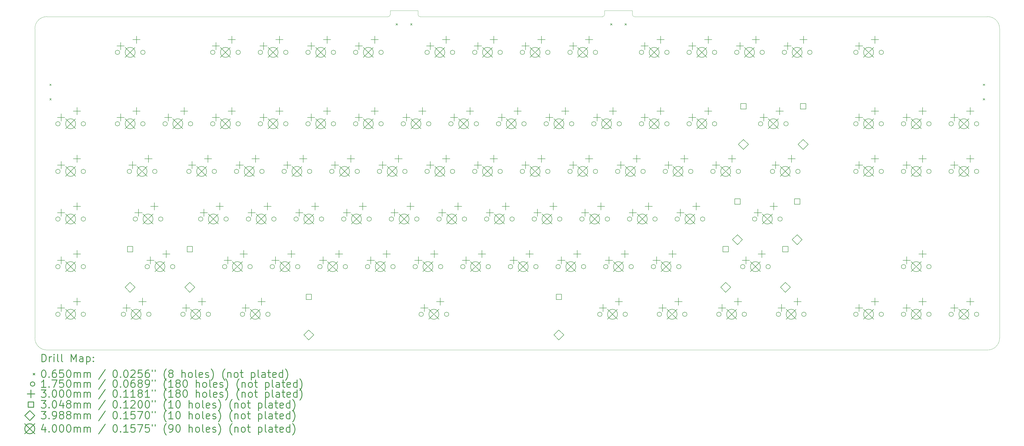
<source format=gbr>
%FSLAX45Y45*%
G04 Gerber Fmt 4.5, Leading zero omitted, Abs format (unit mm)*
G04 Created by KiCad (PCBNEW (5.1.10)-1) date 2021-10-11 22:19:53*
%MOMM*%
%LPD*%
G01*
G04 APERTURE LIST*
%TA.AperFunction,Profile*%
%ADD10C,0.100000*%
%TD*%
%ADD11C,0.200000*%
%ADD12C,0.300000*%
G04 APERTURE END LIST*
D10*
X13889750Y-17461400D02*
X27541390Y-17461400D01*
X36113350Y-17461400D02*
X28811310Y-17461400D01*
X51511130Y-17461400D02*
X37383270Y-17461400D01*
X37383270Y-17461400D02*
G75*
G02*
X37303900Y-17382030I0J79370D01*
G01*
X36192720Y-17382030D02*
G75*
G02*
X36113350Y-17461400I-79370J0D01*
G01*
X36192720Y-17223290D02*
X36192720Y-17382030D01*
X37303900Y-17223290D02*
X36192720Y-17223290D01*
X37303900Y-17382030D02*
X37303900Y-17223290D01*
X27620760Y-17382030D02*
G75*
G02*
X27541390Y-17461400I-79370J0D01*
G01*
X28811310Y-17461400D02*
G75*
G02*
X28731940Y-17382030I0J79370D01*
G01*
X27620760Y-17223290D02*
X27620760Y-17382030D01*
X28731940Y-17223290D02*
X28731940Y-17382030D01*
X27620760Y-17223290D02*
X28731940Y-17223290D01*
X13889750Y-30795560D02*
X51511130Y-30795560D01*
X51987350Y-30319340D02*
X51987350Y-17937620D01*
X51987350Y-30319340D02*
G75*
G02*
X51511130Y-30795560I-476220J0D01*
G01*
X51511130Y-17461400D02*
G75*
G02*
X51987350Y-17937620I0J-476220D01*
G01*
X13413530Y-17937620D02*
G75*
G02*
X13889750Y-17461400I476220J0D01*
G01*
X13413530Y-30319340D02*
X13413530Y-17937620D01*
X13889750Y-30795560D02*
G75*
G02*
X13413530Y-30319340I0J476220D01*
G01*
D11*
X14006030Y-20155960D02*
X14071030Y-20220960D01*
X14071030Y-20155960D02*
X14006030Y-20220960D01*
X14006030Y-20733960D02*
X14071030Y-20798960D01*
X14071030Y-20733960D02*
X14006030Y-20798960D01*
X27854850Y-17736420D02*
X27919850Y-17801420D01*
X27919850Y-17736420D02*
X27854850Y-17801420D01*
X28432850Y-17736420D02*
X28497850Y-17801420D01*
X28497850Y-17736420D02*
X28432850Y-17801420D01*
X36426810Y-17736420D02*
X36491810Y-17801420D01*
X36491810Y-17736420D02*
X36426810Y-17801420D01*
X37004810Y-17736420D02*
X37069810Y-17801420D01*
X37069810Y-17736420D02*
X37004810Y-17801420D01*
X51329850Y-20155960D02*
X51394850Y-20220960D01*
X51394850Y-20155960D02*
X51329850Y-20220960D01*
X51329850Y-20733960D02*
X51394850Y-20798960D01*
X51394850Y-20733960D02*
X51329850Y-20798960D01*
X14421690Y-21747380D02*
G75*
G03*
X14421690Y-21747380I-87500J0D01*
G01*
X14421690Y-23652260D02*
G75*
G03*
X14421690Y-23652260I-87500J0D01*
G01*
X14421690Y-25557140D02*
G75*
G03*
X14421690Y-25557140I-87500J0D01*
G01*
X14421690Y-27462020D02*
G75*
G03*
X14421690Y-27462020I-87500J0D01*
G01*
X14421690Y-29366900D02*
G75*
G03*
X14421690Y-29366900I-87500J0D01*
G01*
X15437690Y-21747380D02*
G75*
G03*
X15437690Y-21747380I-87500J0D01*
G01*
X15437690Y-23652260D02*
G75*
G03*
X15437690Y-23652260I-87500J0D01*
G01*
X15437690Y-25557140D02*
G75*
G03*
X15437690Y-25557140I-87500J0D01*
G01*
X15437690Y-27462020D02*
G75*
G03*
X15437690Y-27462020I-87500J0D01*
G01*
X15437690Y-29366900D02*
G75*
G03*
X15437690Y-29366900I-87500J0D01*
G01*
X16802790Y-18890060D02*
G75*
G03*
X16802790Y-18890060I-87500J0D01*
G01*
X16802790Y-21747380D02*
G75*
G03*
X16802790Y-21747380I-87500J0D01*
G01*
X17040900Y-29366900D02*
G75*
G03*
X17040900Y-29366900I-87500J0D01*
G01*
X17279010Y-23652260D02*
G75*
G03*
X17279010Y-23652260I-87500J0D01*
G01*
X17517120Y-25557140D02*
G75*
G03*
X17517120Y-25557140I-87500J0D01*
G01*
X17818790Y-18890060D02*
G75*
G03*
X17818790Y-18890060I-87500J0D01*
G01*
X17818790Y-21747380D02*
G75*
G03*
X17818790Y-21747380I-87500J0D01*
G01*
X17993340Y-27462020D02*
G75*
G03*
X17993340Y-27462020I-87500J0D01*
G01*
X18056900Y-29366900D02*
G75*
G03*
X18056900Y-29366900I-87500J0D01*
G01*
X18295010Y-23652260D02*
G75*
G03*
X18295010Y-23652260I-87500J0D01*
G01*
X18533120Y-25557140D02*
G75*
G03*
X18533120Y-25557140I-87500J0D01*
G01*
X18707670Y-21747380D02*
G75*
G03*
X18707670Y-21747380I-87500J0D01*
G01*
X19009340Y-27462020D02*
G75*
G03*
X19009340Y-27462020I-87500J0D01*
G01*
X19422000Y-29366900D02*
G75*
G03*
X19422000Y-29366900I-87500J0D01*
G01*
X19660110Y-23652260D02*
G75*
G03*
X19660110Y-23652260I-87500J0D01*
G01*
X19723670Y-21747380D02*
G75*
G03*
X19723670Y-21747380I-87500J0D01*
G01*
X20130500Y-25557140D02*
G75*
G03*
X20130500Y-25557140I-87500J0D01*
G01*
X20438000Y-29366900D02*
G75*
G03*
X20438000Y-29366900I-87500J0D01*
G01*
X20612550Y-18890060D02*
G75*
G03*
X20612550Y-18890060I-87500J0D01*
G01*
X20612550Y-21747380D02*
G75*
G03*
X20612550Y-21747380I-87500J0D01*
G01*
X20676110Y-23652260D02*
G75*
G03*
X20676110Y-23652260I-87500J0D01*
G01*
X21088770Y-27462020D02*
G75*
G03*
X21088770Y-27462020I-87500J0D01*
G01*
X21146500Y-25557140D02*
G75*
G03*
X21146500Y-25557140I-87500J0D01*
G01*
X21564990Y-23652260D02*
G75*
G03*
X21564990Y-23652260I-87500J0D01*
G01*
X21628550Y-18890060D02*
G75*
G03*
X21628550Y-18890060I-87500J0D01*
G01*
X21628550Y-21747380D02*
G75*
G03*
X21628550Y-21747380I-87500J0D01*
G01*
X21803100Y-29366900D02*
G75*
G03*
X21803100Y-29366900I-87500J0D01*
G01*
X22041210Y-25557140D02*
G75*
G03*
X22041210Y-25557140I-87500J0D01*
G01*
X22104770Y-27462020D02*
G75*
G03*
X22104770Y-27462020I-87500J0D01*
G01*
X22517430Y-18890060D02*
G75*
G03*
X22517430Y-18890060I-87500J0D01*
G01*
X22517430Y-21747380D02*
G75*
G03*
X22517430Y-21747380I-87500J0D01*
G01*
X22580990Y-23652260D02*
G75*
G03*
X22580990Y-23652260I-87500J0D01*
G01*
X22819100Y-29366900D02*
G75*
G03*
X22819100Y-29366900I-87500J0D01*
G01*
X22993650Y-27462020D02*
G75*
G03*
X22993650Y-27462020I-87500J0D01*
G01*
X23057210Y-25557140D02*
G75*
G03*
X23057210Y-25557140I-87500J0D01*
G01*
X23469870Y-23652260D02*
G75*
G03*
X23469870Y-23652260I-87500J0D01*
G01*
X23533430Y-18890060D02*
G75*
G03*
X23533430Y-18890060I-87500J0D01*
G01*
X23533430Y-21747380D02*
G75*
G03*
X23533430Y-21747380I-87500J0D01*
G01*
X23946090Y-25557140D02*
G75*
G03*
X23946090Y-25557140I-87500J0D01*
G01*
X24009650Y-27462020D02*
G75*
G03*
X24009650Y-27462020I-87500J0D01*
G01*
X24422310Y-18890060D02*
G75*
G03*
X24422310Y-18890060I-87500J0D01*
G01*
X24422310Y-21747380D02*
G75*
G03*
X24422310Y-21747380I-87500J0D01*
G01*
X24485870Y-23652260D02*
G75*
G03*
X24485870Y-23652260I-87500J0D01*
G01*
X24898530Y-27462020D02*
G75*
G03*
X24898530Y-27462020I-87500J0D01*
G01*
X24962090Y-25557140D02*
G75*
G03*
X24962090Y-25557140I-87500J0D01*
G01*
X25374750Y-23652260D02*
G75*
G03*
X25374750Y-23652260I-87500J0D01*
G01*
X25438310Y-18890060D02*
G75*
G03*
X25438310Y-18890060I-87500J0D01*
G01*
X25438310Y-21747380D02*
G75*
G03*
X25438310Y-21747380I-87500J0D01*
G01*
X25850970Y-25557140D02*
G75*
G03*
X25850970Y-25557140I-87500J0D01*
G01*
X25914530Y-27462020D02*
G75*
G03*
X25914530Y-27462020I-87500J0D01*
G01*
X26327190Y-18890060D02*
G75*
G03*
X26327190Y-18890060I-87500J0D01*
G01*
X26327190Y-21747380D02*
G75*
G03*
X26327190Y-21747380I-87500J0D01*
G01*
X26390750Y-23652260D02*
G75*
G03*
X26390750Y-23652260I-87500J0D01*
G01*
X26803410Y-27462020D02*
G75*
G03*
X26803410Y-27462020I-87500J0D01*
G01*
X26866970Y-25557140D02*
G75*
G03*
X26866970Y-25557140I-87500J0D01*
G01*
X27279630Y-23652260D02*
G75*
G03*
X27279630Y-23652260I-87500J0D01*
G01*
X27343190Y-18890060D02*
G75*
G03*
X27343190Y-18890060I-87500J0D01*
G01*
X27343190Y-21747380D02*
G75*
G03*
X27343190Y-21747380I-87500J0D01*
G01*
X27755850Y-25557140D02*
G75*
G03*
X27755850Y-25557140I-87500J0D01*
G01*
X27819410Y-27462020D02*
G75*
G03*
X27819410Y-27462020I-87500J0D01*
G01*
X28232070Y-21747380D02*
G75*
G03*
X28232070Y-21747380I-87500J0D01*
G01*
X28295630Y-23652260D02*
G75*
G03*
X28295630Y-23652260I-87500J0D01*
G01*
X28708290Y-27462020D02*
G75*
G03*
X28708290Y-27462020I-87500J0D01*
G01*
X28771850Y-25557140D02*
G75*
G03*
X28771850Y-25557140I-87500J0D01*
G01*
X28946400Y-29366900D02*
G75*
G03*
X28946400Y-29366900I-87500J0D01*
G01*
X29184510Y-18890060D02*
G75*
G03*
X29184510Y-18890060I-87500J0D01*
G01*
X29184510Y-23652260D02*
G75*
G03*
X29184510Y-23652260I-87500J0D01*
G01*
X29248070Y-21747380D02*
G75*
G03*
X29248070Y-21747380I-87500J0D01*
G01*
X29660730Y-25557140D02*
G75*
G03*
X29660730Y-25557140I-87500J0D01*
G01*
X29724290Y-27462020D02*
G75*
G03*
X29724290Y-27462020I-87500J0D01*
G01*
X29962400Y-29366900D02*
G75*
G03*
X29962400Y-29366900I-87500J0D01*
G01*
X30136950Y-21747380D02*
G75*
G03*
X30136950Y-21747380I-87500J0D01*
G01*
X30200510Y-18890060D02*
G75*
G03*
X30200510Y-18890060I-87500J0D01*
G01*
X30200510Y-23652260D02*
G75*
G03*
X30200510Y-23652260I-87500J0D01*
G01*
X30613170Y-27462020D02*
G75*
G03*
X30613170Y-27462020I-87500J0D01*
G01*
X30676730Y-25557140D02*
G75*
G03*
X30676730Y-25557140I-87500J0D01*
G01*
X31089390Y-18890060D02*
G75*
G03*
X31089390Y-18890060I-87500J0D01*
G01*
X31089390Y-23652260D02*
G75*
G03*
X31089390Y-23652260I-87500J0D01*
G01*
X31152950Y-21747380D02*
G75*
G03*
X31152950Y-21747380I-87500J0D01*
G01*
X31565610Y-25557140D02*
G75*
G03*
X31565610Y-25557140I-87500J0D01*
G01*
X31629170Y-27462020D02*
G75*
G03*
X31629170Y-27462020I-87500J0D01*
G01*
X32041830Y-21747380D02*
G75*
G03*
X32041830Y-21747380I-87500J0D01*
G01*
X32105390Y-18890060D02*
G75*
G03*
X32105390Y-18890060I-87500J0D01*
G01*
X32105390Y-23652260D02*
G75*
G03*
X32105390Y-23652260I-87500J0D01*
G01*
X32518050Y-27462020D02*
G75*
G03*
X32518050Y-27462020I-87500J0D01*
G01*
X32581610Y-25557140D02*
G75*
G03*
X32581610Y-25557140I-87500J0D01*
G01*
X32994270Y-18890060D02*
G75*
G03*
X32994270Y-18890060I-87500J0D01*
G01*
X32994270Y-23652260D02*
G75*
G03*
X32994270Y-23652260I-87500J0D01*
G01*
X33057830Y-21747380D02*
G75*
G03*
X33057830Y-21747380I-87500J0D01*
G01*
X33470490Y-25557140D02*
G75*
G03*
X33470490Y-25557140I-87500J0D01*
G01*
X33534050Y-27462020D02*
G75*
G03*
X33534050Y-27462020I-87500J0D01*
G01*
X33946710Y-21747380D02*
G75*
G03*
X33946710Y-21747380I-87500J0D01*
G01*
X34010270Y-18890060D02*
G75*
G03*
X34010270Y-18890060I-87500J0D01*
G01*
X34010270Y-23652260D02*
G75*
G03*
X34010270Y-23652260I-87500J0D01*
G01*
X34422930Y-27462020D02*
G75*
G03*
X34422930Y-27462020I-87500J0D01*
G01*
X34486490Y-25557140D02*
G75*
G03*
X34486490Y-25557140I-87500J0D01*
G01*
X34899150Y-18890060D02*
G75*
G03*
X34899150Y-18890060I-87500J0D01*
G01*
X34899150Y-23652260D02*
G75*
G03*
X34899150Y-23652260I-87500J0D01*
G01*
X34962710Y-21747380D02*
G75*
G03*
X34962710Y-21747380I-87500J0D01*
G01*
X35375370Y-25557140D02*
G75*
G03*
X35375370Y-25557140I-87500J0D01*
G01*
X35438930Y-27462020D02*
G75*
G03*
X35438930Y-27462020I-87500J0D01*
G01*
X35851590Y-21747380D02*
G75*
G03*
X35851590Y-21747380I-87500J0D01*
G01*
X35915150Y-18890060D02*
G75*
G03*
X35915150Y-18890060I-87500J0D01*
G01*
X35915150Y-23652260D02*
G75*
G03*
X35915150Y-23652260I-87500J0D01*
G01*
X36089700Y-29366900D02*
G75*
G03*
X36089700Y-29366900I-87500J0D01*
G01*
X36327810Y-27462020D02*
G75*
G03*
X36327810Y-27462020I-87500J0D01*
G01*
X36391370Y-25557140D02*
G75*
G03*
X36391370Y-25557140I-87500J0D01*
G01*
X36804030Y-23652260D02*
G75*
G03*
X36804030Y-23652260I-87500J0D01*
G01*
X36867590Y-21747380D02*
G75*
G03*
X36867590Y-21747380I-87500J0D01*
G01*
X37105700Y-29366900D02*
G75*
G03*
X37105700Y-29366900I-87500J0D01*
G01*
X37280250Y-25557140D02*
G75*
G03*
X37280250Y-25557140I-87500J0D01*
G01*
X37343810Y-27462020D02*
G75*
G03*
X37343810Y-27462020I-87500J0D01*
G01*
X37756470Y-18890060D02*
G75*
G03*
X37756470Y-18890060I-87500J0D01*
G01*
X37756470Y-21747380D02*
G75*
G03*
X37756470Y-21747380I-87500J0D01*
G01*
X37820030Y-23652260D02*
G75*
G03*
X37820030Y-23652260I-87500J0D01*
G01*
X38232690Y-27462020D02*
G75*
G03*
X38232690Y-27462020I-87500J0D01*
G01*
X38296250Y-25557140D02*
G75*
G03*
X38296250Y-25557140I-87500J0D01*
G01*
X38470800Y-29366900D02*
G75*
G03*
X38470800Y-29366900I-87500J0D01*
G01*
X38708910Y-23652260D02*
G75*
G03*
X38708910Y-23652260I-87500J0D01*
G01*
X38772470Y-18890060D02*
G75*
G03*
X38772470Y-18890060I-87500J0D01*
G01*
X38772470Y-21747380D02*
G75*
G03*
X38772470Y-21747380I-87500J0D01*
G01*
X39185130Y-25557140D02*
G75*
G03*
X39185130Y-25557140I-87500J0D01*
G01*
X39248690Y-27462020D02*
G75*
G03*
X39248690Y-27462020I-87500J0D01*
G01*
X39486800Y-29366900D02*
G75*
G03*
X39486800Y-29366900I-87500J0D01*
G01*
X39661350Y-18890060D02*
G75*
G03*
X39661350Y-18890060I-87500J0D01*
G01*
X39661350Y-21747380D02*
G75*
G03*
X39661350Y-21747380I-87500J0D01*
G01*
X39724910Y-23652260D02*
G75*
G03*
X39724910Y-23652260I-87500J0D01*
G01*
X40201130Y-25557140D02*
G75*
G03*
X40201130Y-25557140I-87500J0D01*
G01*
X40613790Y-23652260D02*
G75*
G03*
X40613790Y-23652260I-87500J0D01*
G01*
X40677350Y-18890060D02*
G75*
G03*
X40677350Y-18890060I-87500J0D01*
G01*
X40677350Y-21747380D02*
G75*
G03*
X40677350Y-21747380I-87500J0D01*
G01*
X40851900Y-29366900D02*
G75*
G03*
X40851900Y-29366900I-87500J0D01*
G01*
X41566230Y-18890060D02*
G75*
G03*
X41566230Y-18890060I-87500J0D01*
G01*
X41629790Y-23652260D02*
G75*
G03*
X41629790Y-23652260I-87500J0D01*
G01*
X41804340Y-27462020D02*
G75*
G03*
X41804340Y-27462020I-87500J0D01*
G01*
X41867900Y-29366900D02*
G75*
G03*
X41867900Y-29366900I-87500J0D01*
G01*
X42280560Y-25557140D02*
G75*
G03*
X42280560Y-25557140I-87500J0D01*
G01*
X42518670Y-21747380D02*
G75*
G03*
X42518670Y-21747380I-87500J0D01*
G01*
X42582230Y-18890060D02*
G75*
G03*
X42582230Y-18890060I-87500J0D01*
G01*
X42820340Y-27462020D02*
G75*
G03*
X42820340Y-27462020I-87500J0D01*
G01*
X42994890Y-23652260D02*
G75*
G03*
X42994890Y-23652260I-87500J0D01*
G01*
X43233000Y-29366900D02*
G75*
G03*
X43233000Y-29366900I-87500J0D01*
G01*
X43296560Y-25557140D02*
G75*
G03*
X43296560Y-25557140I-87500J0D01*
G01*
X43471110Y-18890060D02*
G75*
G03*
X43471110Y-18890060I-87500J0D01*
G01*
X43534670Y-21747380D02*
G75*
G03*
X43534670Y-21747380I-87500J0D01*
G01*
X44010890Y-23652260D02*
G75*
G03*
X44010890Y-23652260I-87500J0D01*
G01*
X44249000Y-29366900D02*
G75*
G03*
X44249000Y-29366900I-87500J0D01*
G01*
X44487110Y-18890060D02*
G75*
G03*
X44487110Y-18890060I-87500J0D01*
G01*
X46328430Y-18890060D02*
G75*
G03*
X46328430Y-18890060I-87500J0D01*
G01*
X46328430Y-21747380D02*
G75*
G03*
X46328430Y-21747380I-87500J0D01*
G01*
X46328430Y-23652260D02*
G75*
G03*
X46328430Y-23652260I-87500J0D01*
G01*
X46328430Y-29366900D02*
G75*
G03*
X46328430Y-29366900I-87500J0D01*
G01*
X47344430Y-18890060D02*
G75*
G03*
X47344430Y-18890060I-87500J0D01*
G01*
X47344430Y-21747380D02*
G75*
G03*
X47344430Y-21747380I-87500J0D01*
G01*
X47344430Y-23652260D02*
G75*
G03*
X47344430Y-23652260I-87500J0D01*
G01*
X47344430Y-29366900D02*
G75*
G03*
X47344430Y-29366900I-87500J0D01*
G01*
X48233310Y-21747380D02*
G75*
G03*
X48233310Y-21747380I-87500J0D01*
G01*
X48233310Y-23652260D02*
G75*
G03*
X48233310Y-23652260I-87500J0D01*
G01*
X48233310Y-27462020D02*
G75*
G03*
X48233310Y-27462020I-87500J0D01*
G01*
X48233310Y-29366900D02*
G75*
G03*
X48233310Y-29366900I-87500J0D01*
G01*
X49249310Y-21747380D02*
G75*
G03*
X49249310Y-21747380I-87500J0D01*
G01*
X49249310Y-23652260D02*
G75*
G03*
X49249310Y-23652260I-87500J0D01*
G01*
X49249310Y-27462020D02*
G75*
G03*
X49249310Y-27462020I-87500J0D01*
G01*
X49249310Y-29366900D02*
G75*
G03*
X49249310Y-29366900I-87500J0D01*
G01*
X50138190Y-21747380D02*
G75*
G03*
X50138190Y-21747380I-87500J0D01*
G01*
X50138190Y-23652260D02*
G75*
G03*
X50138190Y-23652260I-87500J0D01*
G01*
X50138190Y-29366900D02*
G75*
G03*
X50138190Y-29366900I-87500J0D01*
G01*
X51154190Y-21747380D02*
G75*
G03*
X51154190Y-21747380I-87500J0D01*
G01*
X51154190Y-23652260D02*
G75*
G03*
X51154190Y-23652260I-87500J0D01*
G01*
X51154190Y-29366900D02*
G75*
G03*
X51154190Y-29366900I-87500J0D01*
G01*
X14461190Y-21343380D02*
X14461190Y-21643380D01*
X14311190Y-21493380D02*
X14611190Y-21493380D01*
X14461190Y-23248260D02*
X14461190Y-23548260D01*
X14311190Y-23398260D02*
X14611190Y-23398260D01*
X14461190Y-25153140D02*
X14461190Y-25453140D01*
X14311190Y-25303140D02*
X14611190Y-25303140D01*
X14461190Y-27058020D02*
X14461190Y-27358020D01*
X14311190Y-27208020D02*
X14611190Y-27208020D01*
X14461190Y-28962900D02*
X14461190Y-29262900D01*
X14311190Y-29112900D02*
X14611190Y-29112900D01*
X15096190Y-21089380D02*
X15096190Y-21389380D01*
X14946190Y-21239380D02*
X15246190Y-21239380D01*
X15096190Y-22994260D02*
X15096190Y-23294260D01*
X14946190Y-23144260D02*
X15246190Y-23144260D01*
X15096190Y-24899140D02*
X15096190Y-25199140D01*
X14946190Y-25049140D02*
X15246190Y-25049140D01*
X15096190Y-26804020D02*
X15096190Y-27104020D01*
X14946190Y-26954020D02*
X15246190Y-26954020D01*
X15096190Y-28708900D02*
X15096190Y-29008900D01*
X14946190Y-28858900D02*
X15246190Y-28858900D01*
X16842290Y-18486060D02*
X16842290Y-18786060D01*
X16692290Y-18636060D02*
X16992290Y-18636060D01*
X16842290Y-21343380D02*
X16842290Y-21643380D01*
X16692290Y-21493380D02*
X16992290Y-21493380D01*
X17080400Y-28962900D02*
X17080400Y-29262900D01*
X16930400Y-29112900D02*
X17230400Y-29112900D01*
X17318510Y-23248260D02*
X17318510Y-23548260D01*
X17168510Y-23398260D02*
X17468510Y-23398260D01*
X17477290Y-18232060D02*
X17477290Y-18532060D01*
X17327290Y-18382060D02*
X17627290Y-18382060D01*
X17477290Y-21089380D02*
X17477290Y-21389380D01*
X17327290Y-21239380D02*
X17627290Y-21239380D01*
X17556620Y-25153140D02*
X17556620Y-25453140D01*
X17406620Y-25303140D02*
X17706620Y-25303140D01*
X17715400Y-28708900D02*
X17715400Y-29008900D01*
X17565400Y-28858900D02*
X17865400Y-28858900D01*
X17953510Y-22994260D02*
X17953510Y-23294260D01*
X17803510Y-23144260D02*
X18103510Y-23144260D01*
X18032840Y-27058020D02*
X18032840Y-27358020D01*
X17882840Y-27208020D02*
X18182840Y-27208020D01*
X18191620Y-24899140D02*
X18191620Y-25199140D01*
X18041620Y-25049140D02*
X18341620Y-25049140D01*
X18667840Y-26804020D02*
X18667840Y-27104020D01*
X18517840Y-26954020D02*
X18817840Y-26954020D01*
X18747170Y-21343380D02*
X18747170Y-21643380D01*
X18597170Y-21493380D02*
X18897170Y-21493380D01*
X19382170Y-21089380D02*
X19382170Y-21389380D01*
X19232170Y-21239380D02*
X19532170Y-21239380D01*
X19461500Y-28962900D02*
X19461500Y-29262900D01*
X19311500Y-29112900D02*
X19611500Y-29112900D01*
X19699610Y-23248260D02*
X19699610Y-23548260D01*
X19549610Y-23398260D02*
X19849610Y-23398260D01*
X20096500Y-28708900D02*
X20096500Y-29008900D01*
X19946500Y-28858900D02*
X20246500Y-28858900D01*
X20170000Y-25153140D02*
X20170000Y-25453140D01*
X20020000Y-25303140D02*
X20320000Y-25303140D01*
X20334610Y-22994260D02*
X20334610Y-23294260D01*
X20184610Y-23144260D02*
X20484610Y-23144260D01*
X20652050Y-18486060D02*
X20652050Y-18786060D01*
X20502050Y-18636060D02*
X20802050Y-18636060D01*
X20652050Y-21343380D02*
X20652050Y-21643380D01*
X20502050Y-21493380D02*
X20802050Y-21493380D01*
X20805000Y-24899140D02*
X20805000Y-25199140D01*
X20655000Y-25049140D02*
X20955000Y-25049140D01*
X21128270Y-27058020D02*
X21128270Y-27358020D01*
X20978270Y-27208020D02*
X21278270Y-27208020D01*
X21287050Y-18232060D02*
X21287050Y-18532060D01*
X21137050Y-18382060D02*
X21437050Y-18382060D01*
X21287050Y-21089380D02*
X21287050Y-21389380D01*
X21137050Y-21239380D02*
X21437050Y-21239380D01*
X21604490Y-23248260D02*
X21604490Y-23548260D01*
X21454490Y-23398260D02*
X21754490Y-23398260D01*
X21763270Y-26804020D02*
X21763270Y-27104020D01*
X21613270Y-26954020D02*
X21913270Y-26954020D01*
X21842600Y-28962900D02*
X21842600Y-29262900D01*
X21692600Y-29112900D02*
X21992600Y-29112900D01*
X22080710Y-25153140D02*
X22080710Y-25453140D01*
X21930710Y-25303140D02*
X22230710Y-25303140D01*
X22239490Y-22994260D02*
X22239490Y-23294260D01*
X22089490Y-23144260D02*
X22389490Y-23144260D01*
X22477600Y-28708900D02*
X22477600Y-29008900D01*
X22327600Y-28858900D02*
X22627600Y-28858900D01*
X22556930Y-18486060D02*
X22556930Y-18786060D01*
X22406930Y-18636060D02*
X22706930Y-18636060D01*
X22556930Y-21343380D02*
X22556930Y-21643380D01*
X22406930Y-21493380D02*
X22706930Y-21493380D01*
X22715710Y-24899140D02*
X22715710Y-25199140D01*
X22565710Y-25049140D02*
X22865710Y-25049140D01*
X23033150Y-27058020D02*
X23033150Y-27358020D01*
X22883150Y-27208020D02*
X23183150Y-27208020D01*
X23191930Y-18232060D02*
X23191930Y-18532060D01*
X23041930Y-18382060D02*
X23341930Y-18382060D01*
X23191930Y-21089380D02*
X23191930Y-21389380D01*
X23041930Y-21239380D02*
X23341930Y-21239380D01*
X23509370Y-23248260D02*
X23509370Y-23548260D01*
X23359370Y-23398260D02*
X23659370Y-23398260D01*
X23668150Y-26804020D02*
X23668150Y-27104020D01*
X23518150Y-26954020D02*
X23818150Y-26954020D01*
X23985590Y-25153140D02*
X23985590Y-25453140D01*
X23835590Y-25303140D02*
X24135590Y-25303140D01*
X24144370Y-22994260D02*
X24144370Y-23294260D01*
X23994370Y-23144260D02*
X24294370Y-23144260D01*
X24461810Y-18486060D02*
X24461810Y-18786060D01*
X24311810Y-18636060D02*
X24611810Y-18636060D01*
X24461810Y-21343380D02*
X24461810Y-21643380D01*
X24311810Y-21493380D02*
X24611810Y-21493380D01*
X24620590Y-24899140D02*
X24620590Y-25199140D01*
X24470590Y-25049140D02*
X24770590Y-25049140D01*
X24938030Y-27058020D02*
X24938030Y-27358020D01*
X24788030Y-27208020D02*
X25088030Y-27208020D01*
X25096810Y-18232060D02*
X25096810Y-18532060D01*
X24946810Y-18382060D02*
X25246810Y-18382060D01*
X25096810Y-21089380D02*
X25096810Y-21389380D01*
X24946810Y-21239380D02*
X25246810Y-21239380D01*
X25414250Y-23248260D02*
X25414250Y-23548260D01*
X25264250Y-23398260D02*
X25564250Y-23398260D01*
X25573030Y-26804020D02*
X25573030Y-27104020D01*
X25423030Y-26954020D02*
X25723030Y-26954020D01*
X25890470Y-25153140D02*
X25890470Y-25453140D01*
X25740470Y-25303140D02*
X26040470Y-25303140D01*
X26049250Y-22994260D02*
X26049250Y-23294260D01*
X25899250Y-23144260D02*
X26199250Y-23144260D01*
X26366690Y-18486060D02*
X26366690Y-18786060D01*
X26216690Y-18636060D02*
X26516690Y-18636060D01*
X26366690Y-21343380D02*
X26366690Y-21643380D01*
X26216690Y-21493380D02*
X26516690Y-21493380D01*
X26525470Y-24899140D02*
X26525470Y-25199140D01*
X26375470Y-25049140D02*
X26675470Y-25049140D01*
X26842910Y-27058020D02*
X26842910Y-27358020D01*
X26692910Y-27208020D02*
X26992910Y-27208020D01*
X27001690Y-18232060D02*
X27001690Y-18532060D01*
X26851690Y-18382060D02*
X27151690Y-18382060D01*
X27001690Y-21089380D02*
X27001690Y-21389380D01*
X26851690Y-21239380D02*
X27151690Y-21239380D01*
X27319130Y-23248260D02*
X27319130Y-23548260D01*
X27169130Y-23398260D02*
X27469130Y-23398260D01*
X27477910Y-26804020D02*
X27477910Y-27104020D01*
X27327910Y-26954020D02*
X27627910Y-26954020D01*
X27795350Y-25153140D02*
X27795350Y-25453140D01*
X27645350Y-25303140D02*
X27945350Y-25303140D01*
X27954130Y-22994260D02*
X27954130Y-23294260D01*
X27804130Y-23144260D02*
X28104130Y-23144260D01*
X28271570Y-21343380D02*
X28271570Y-21643380D01*
X28121570Y-21493380D02*
X28421570Y-21493380D01*
X28430350Y-24899140D02*
X28430350Y-25199140D01*
X28280350Y-25049140D02*
X28580350Y-25049140D01*
X28747790Y-27058020D02*
X28747790Y-27358020D01*
X28597790Y-27208020D02*
X28897790Y-27208020D01*
X28906570Y-21089380D02*
X28906570Y-21389380D01*
X28756570Y-21239380D02*
X29056570Y-21239380D01*
X28985900Y-28962900D02*
X28985900Y-29262900D01*
X28835900Y-29112900D02*
X29135900Y-29112900D01*
X29224010Y-18486060D02*
X29224010Y-18786060D01*
X29074010Y-18636060D02*
X29374010Y-18636060D01*
X29224010Y-23248260D02*
X29224010Y-23548260D01*
X29074010Y-23398260D02*
X29374010Y-23398260D01*
X29382790Y-26804020D02*
X29382790Y-27104020D01*
X29232790Y-26954020D02*
X29532790Y-26954020D01*
X29620900Y-28708900D02*
X29620900Y-29008900D01*
X29470900Y-28858900D02*
X29770900Y-28858900D01*
X29700230Y-25153140D02*
X29700230Y-25453140D01*
X29550230Y-25303140D02*
X29850230Y-25303140D01*
X29859010Y-18232060D02*
X29859010Y-18532060D01*
X29709010Y-18382060D02*
X30009010Y-18382060D01*
X29859010Y-22994260D02*
X29859010Y-23294260D01*
X29709010Y-23144260D02*
X30009010Y-23144260D01*
X30176450Y-21343380D02*
X30176450Y-21643380D01*
X30026450Y-21493380D02*
X30326450Y-21493380D01*
X30335230Y-24899140D02*
X30335230Y-25199140D01*
X30185230Y-25049140D02*
X30485230Y-25049140D01*
X30652670Y-27058020D02*
X30652670Y-27358020D01*
X30502670Y-27208020D02*
X30802670Y-27208020D01*
X30811450Y-21089380D02*
X30811450Y-21389380D01*
X30661450Y-21239380D02*
X30961450Y-21239380D01*
X31128890Y-18486060D02*
X31128890Y-18786060D01*
X30978890Y-18636060D02*
X31278890Y-18636060D01*
X31128890Y-23248260D02*
X31128890Y-23548260D01*
X30978890Y-23398260D02*
X31278890Y-23398260D01*
X31287670Y-26804020D02*
X31287670Y-27104020D01*
X31137670Y-26954020D02*
X31437670Y-26954020D01*
X31605110Y-25153140D02*
X31605110Y-25453140D01*
X31455110Y-25303140D02*
X31755110Y-25303140D01*
X31763890Y-18232060D02*
X31763890Y-18532060D01*
X31613890Y-18382060D02*
X31913890Y-18382060D01*
X31763890Y-22994260D02*
X31763890Y-23294260D01*
X31613890Y-23144260D02*
X31913890Y-23144260D01*
X32081330Y-21343380D02*
X32081330Y-21643380D01*
X31931330Y-21493380D02*
X32231330Y-21493380D01*
X32240110Y-24899140D02*
X32240110Y-25199140D01*
X32090110Y-25049140D02*
X32390110Y-25049140D01*
X32557550Y-27058020D02*
X32557550Y-27358020D01*
X32407550Y-27208020D02*
X32707550Y-27208020D01*
X32716330Y-21089380D02*
X32716330Y-21389380D01*
X32566330Y-21239380D02*
X32866330Y-21239380D01*
X33033770Y-18486060D02*
X33033770Y-18786060D01*
X32883770Y-18636060D02*
X33183770Y-18636060D01*
X33033770Y-23248260D02*
X33033770Y-23548260D01*
X32883770Y-23398260D02*
X33183770Y-23398260D01*
X33192550Y-26804020D02*
X33192550Y-27104020D01*
X33042550Y-26954020D02*
X33342550Y-26954020D01*
X33509990Y-25153140D02*
X33509990Y-25453140D01*
X33359990Y-25303140D02*
X33659990Y-25303140D01*
X33668770Y-18232060D02*
X33668770Y-18532060D01*
X33518770Y-18382060D02*
X33818770Y-18382060D01*
X33668770Y-22994260D02*
X33668770Y-23294260D01*
X33518770Y-23144260D02*
X33818770Y-23144260D01*
X33986210Y-21343380D02*
X33986210Y-21643380D01*
X33836210Y-21493380D02*
X34136210Y-21493380D01*
X34144990Y-24899140D02*
X34144990Y-25199140D01*
X33994990Y-25049140D02*
X34294990Y-25049140D01*
X34462430Y-27058020D02*
X34462430Y-27358020D01*
X34312430Y-27208020D02*
X34612430Y-27208020D01*
X34621210Y-21089380D02*
X34621210Y-21389380D01*
X34471210Y-21239380D02*
X34771210Y-21239380D01*
X34938650Y-18486060D02*
X34938650Y-18786060D01*
X34788650Y-18636060D02*
X35088650Y-18636060D01*
X34938650Y-23248260D02*
X34938650Y-23548260D01*
X34788650Y-23398260D02*
X35088650Y-23398260D01*
X35097430Y-26804020D02*
X35097430Y-27104020D01*
X34947430Y-26954020D02*
X35247430Y-26954020D01*
X35414870Y-25153140D02*
X35414870Y-25453140D01*
X35264870Y-25303140D02*
X35564870Y-25303140D01*
X35573650Y-18232060D02*
X35573650Y-18532060D01*
X35423650Y-18382060D02*
X35723650Y-18382060D01*
X35573650Y-22994260D02*
X35573650Y-23294260D01*
X35423650Y-23144260D02*
X35723650Y-23144260D01*
X35891090Y-21343380D02*
X35891090Y-21643380D01*
X35741090Y-21493380D02*
X36041090Y-21493380D01*
X36049870Y-24899140D02*
X36049870Y-25199140D01*
X35899870Y-25049140D02*
X36199870Y-25049140D01*
X36129200Y-28962900D02*
X36129200Y-29262900D01*
X35979200Y-29112900D02*
X36279200Y-29112900D01*
X36367310Y-27058020D02*
X36367310Y-27358020D01*
X36217310Y-27208020D02*
X36517310Y-27208020D01*
X36526090Y-21089380D02*
X36526090Y-21389380D01*
X36376090Y-21239380D02*
X36676090Y-21239380D01*
X36764200Y-28708900D02*
X36764200Y-29008900D01*
X36614200Y-28858900D02*
X36914200Y-28858900D01*
X36843530Y-23248260D02*
X36843530Y-23548260D01*
X36693530Y-23398260D02*
X36993530Y-23398260D01*
X37002310Y-26804020D02*
X37002310Y-27104020D01*
X36852310Y-26954020D02*
X37152310Y-26954020D01*
X37319750Y-25153140D02*
X37319750Y-25453140D01*
X37169750Y-25303140D02*
X37469750Y-25303140D01*
X37478530Y-22994260D02*
X37478530Y-23294260D01*
X37328530Y-23144260D02*
X37628530Y-23144260D01*
X37795970Y-18486060D02*
X37795970Y-18786060D01*
X37645970Y-18636060D02*
X37945970Y-18636060D01*
X37795970Y-21343380D02*
X37795970Y-21643380D01*
X37645970Y-21493380D02*
X37945970Y-21493380D01*
X37954750Y-24899140D02*
X37954750Y-25199140D01*
X37804750Y-25049140D02*
X38104750Y-25049140D01*
X38272190Y-27058020D02*
X38272190Y-27358020D01*
X38122190Y-27208020D02*
X38422190Y-27208020D01*
X38430970Y-18232060D02*
X38430970Y-18532060D01*
X38280970Y-18382060D02*
X38580970Y-18382060D01*
X38430970Y-21089380D02*
X38430970Y-21389380D01*
X38280970Y-21239380D02*
X38580970Y-21239380D01*
X38510300Y-28962900D02*
X38510300Y-29262900D01*
X38360300Y-29112900D02*
X38660300Y-29112900D01*
X38748410Y-23248260D02*
X38748410Y-23548260D01*
X38598410Y-23398260D02*
X38898410Y-23398260D01*
X38907190Y-26804020D02*
X38907190Y-27104020D01*
X38757190Y-26954020D02*
X39057190Y-26954020D01*
X39145300Y-28708900D02*
X39145300Y-29008900D01*
X38995300Y-28858900D02*
X39295300Y-28858900D01*
X39224630Y-25153140D02*
X39224630Y-25453140D01*
X39074630Y-25303140D02*
X39374630Y-25303140D01*
X39383410Y-22994260D02*
X39383410Y-23294260D01*
X39233410Y-23144260D02*
X39533410Y-23144260D01*
X39700850Y-18486060D02*
X39700850Y-18786060D01*
X39550850Y-18636060D02*
X39850850Y-18636060D01*
X39700850Y-21343380D02*
X39700850Y-21643380D01*
X39550850Y-21493380D02*
X39850850Y-21493380D01*
X39859630Y-24899140D02*
X39859630Y-25199140D01*
X39709630Y-25049140D02*
X40009630Y-25049140D01*
X40335850Y-18232060D02*
X40335850Y-18532060D01*
X40185850Y-18382060D02*
X40485850Y-18382060D01*
X40335850Y-21089380D02*
X40335850Y-21389380D01*
X40185850Y-21239380D02*
X40485850Y-21239380D01*
X40653290Y-23248260D02*
X40653290Y-23548260D01*
X40503290Y-23398260D02*
X40803290Y-23398260D01*
X40891400Y-28962900D02*
X40891400Y-29262900D01*
X40741400Y-29112900D02*
X41041400Y-29112900D01*
X41288290Y-22994260D02*
X41288290Y-23294260D01*
X41138290Y-23144260D02*
X41438290Y-23144260D01*
X41526400Y-28708900D02*
X41526400Y-29008900D01*
X41376400Y-28858900D02*
X41676400Y-28858900D01*
X41605730Y-18486060D02*
X41605730Y-18786060D01*
X41455730Y-18636060D02*
X41755730Y-18636060D01*
X41843840Y-27058020D02*
X41843840Y-27358020D01*
X41693840Y-27208020D02*
X41993840Y-27208020D01*
X42240730Y-18232060D02*
X42240730Y-18532060D01*
X42090730Y-18382060D02*
X42390730Y-18382060D01*
X42320060Y-25153140D02*
X42320060Y-25453140D01*
X42170060Y-25303140D02*
X42470060Y-25303140D01*
X42478840Y-26804020D02*
X42478840Y-27104020D01*
X42328840Y-26954020D02*
X42628840Y-26954020D01*
X42558170Y-21343380D02*
X42558170Y-21643380D01*
X42408170Y-21493380D02*
X42708170Y-21493380D01*
X42955060Y-24899140D02*
X42955060Y-25199140D01*
X42805060Y-25049140D02*
X43105060Y-25049140D01*
X43034390Y-23248260D02*
X43034390Y-23548260D01*
X42884390Y-23398260D02*
X43184390Y-23398260D01*
X43193170Y-21089380D02*
X43193170Y-21389380D01*
X43043170Y-21239380D02*
X43343170Y-21239380D01*
X43272500Y-28962900D02*
X43272500Y-29262900D01*
X43122500Y-29112900D02*
X43422500Y-29112900D01*
X43510610Y-18486060D02*
X43510610Y-18786060D01*
X43360610Y-18636060D02*
X43660610Y-18636060D01*
X43669390Y-22994260D02*
X43669390Y-23294260D01*
X43519390Y-23144260D02*
X43819390Y-23144260D01*
X43907500Y-28708900D02*
X43907500Y-29008900D01*
X43757500Y-28858900D02*
X44057500Y-28858900D01*
X44145610Y-18232060D02*
X44145610Y-18532060D01*
X43995610Y-18382060D02*
X44295610Y-18382060D01*
X46367930Y-18486060D02*
X46367930Y-18786060D01*
X46217930Y-18636060D02*
X46517930Y-18636060D01*
X46367930Y-21343380D02*
X46367930Y-21643380D01*
X46217930Y-21493380D02*
X46517930Y-21493380D01*
X46367930Y-23248260D02*
X46367930Y-23548260D01*
X46217930Y-23398260D02*
X46517930Y-23398260D01*
X46367930Y-28962900D02*
X46367930Y-29262900D01*
X46217930Y-29112900D02*
X46517930Y-29112900D01*
X47002930Y-18232060D02*
X47002930Y-18532060D01*
X46852930Y-18382060D02*
X47152930Y-18382060D01*
X47002930Y-21089380D02*
X47002930Y-21389380D01*
X46852930Y-21239380D02*
X47152930Y-21239380D01*
X47002930Y-22994260D02*
X47002930Y-23294260D01*
X46852930Y-23144260D02*
X47152930Y-23144260D01*
X47002930Y-28708900D02*
X47002930Y-29008900D01*
X46852930Y-28858900D02*
X47152930Y-28858900D01*
X48272810Y-21343380D02*
X48272810Y-21643380D01*
X48122810Y-21493380D02*
X48422810Y-21493380D01*
X48272810Y-23248260D02*
X48272810Y-23548260D01*
X48122810Y-23398260D02*
X48422810Y-23398260D01*
X48272810Y-27058020D02*
X48272810Y-27358020D01*
X48122810Y-27208020D02*
X48422810Y-27208020D01*
X48272810Y-28962900D02*
X48272810Y-29262900D01*
X48122810Y-29112900D02*
X48422810Y-29112900D01*
X48907810Y-21089380D02*
X48907810Y-21389380D01*
X48757810Y-21239380D02*
X49057810Y-21239380D01*
X48907810Y-22994260D02*
X48907810Y-23294260D01*
X48757810Y-23144260D02*
X49057810Y-23144260D01*
X48907810Y-26804020D02*
X48907810Y-27104020D01*
X48757810Y-26954020D02*
X49057810Y-26954020D01*
X48907810Y-28708900D02*
X48907810Y-29008900D01*
X48757810Y-28858900D02*
X49057810Y-28858900D01*
X50177690Y-21343380D02*
X50177690Y-21643380D01*
X50027690Y-21493380D02*
X50327690Y-21493380D01*
X50177690Y-23248260D02*
X50177690Y-23548260D01*
X50027690Y-23398260D02*
X50327690Y-23398260D01*
X50177690Y-28962900D02*
X50177690Y-29262900D01*
X50027690Y-29112900D02*
X50327690Y-29112900D01*
X50812690Y-21089380D02*
X50812690Y-21389380D01*
X50662690Y-21239380D02*
X50962690Y-21239380D01*
X50812690Y-22994260D02*
X50812690Y-23294260D01*
X50662690Y-23144260D02*
X50962690Y-23144260D01*
X50812690Y-28708900D02*
X50812690Y-29008900D01*
X50662690Y-28858900D02*
X50962690Y-28858900D01*
X17327804Y-26871284D02*
X17327804Y-26655756D01*
X17112276Y-26655756D01*
X17112276Y-26871284D01*
X17327804Y-26871284D01*
X19715404Y-26871284D02*
X19715404Y-26655756D01*
X19499876Y-26655756D01*
X19499876Y-26871284D01*
X19715404Y-26871284D01*
X24474039Y-28778704D02*
X24474039Y-28563176D01*
X24258511Y-28563176D01*
X24258511Y-28778704D01*
X24474039Y-28778704D01*
X34474019Y-28778704D02*
X34474019Y-28563176D01*
X34258491Y-28563176D01*
X34258491Y-28778704D01*
X34474019Y-28778704D01*
X41141979Y-26871284D02*
X41141979Y-26655756D01*
X40926451Y-26655756D01*
X40926451Y-26871284D01*
X41141979Y-26871284D01*
X41615024Y-24966404D02*
X41615024Y-24750876D01*
X41399496Y-24750876D01*
X41399496Y-24966404D01*
X41615024Y-24966404D01*
X41853134Y-21156644D02*
X41853134Y-20941116D01*
X41637606Y-20941116D01*
X41637606Y-21156644D01*
X41853134Y-21156644D01*
X43529579Y-26871284D02*
X43529579Y-26655756D01*
X43314051Y-26655756D01*
X43314051Y-26871284D01*
X43529579Y-26871284D01*
X44002624Y-24966404D02*
X44002624Y-24750876D01*
X43787096Y-24750876D01*
X43787096Y-24966404D01*
X44002624Y-24966404D01*
X44240734Y-21156644D02*
X44240734Y-20941116D01*
X44025206Y-20941116D01*
X44025206Y-21156644D01*
X44240734Y-21156644D01*
X17220040Y-28486910D02*
X17419430Y-28287520D01*
X17220040Y-28088130D01*
X17020650Y-28287520D01*
X17220040Y-28486910D01*
X19607640Y-28486910D02*
X19807030Y-28287520D01*
X19607640Y-28088130D01*
X19408250Y-28287520D01*
X19607640Y-28486910D01*
X24366275Y-30394330D02*
X24565665Y-30194940D01*
X24366275Y-29995550D01*
X24166885Y-30194940D01*
X24366275Y-30394330D01*
X34366255Y-30394330D02*
X34565645Y-30194940D01*
X34366255Y-29995550D01*
X34166865Y-30194940D01*
X34366255Y-30394330D01*
X41034215Y-28486910D02*
X41233605Y-28287520D01*
X41034215Y-28088130D01*
X40834825Y-28287520D01*
X41034215Y-28486910D01*
X41507260Y-26582030D02*
X41706650Y-26382640D01*
X41507260Y-26183250D01*
X41307870Y-26382640D01*
X41507260Y-26582030D01*
X41745370Y-22772270D02*
X41944760Y-22572880D01*
X41745370Y-22373490D01*
X41545980Y-22572880D01*
X41745370Y-22772270D01*
X43421815Y-28486910D02*
X43621205Y-28287520D01*
X43421815Y-28088130D01*
X43222425Y-28287520D01*
X43421815Y-28486910D01*
X43894860Y-26582030D02*
X44094250Y-26382640D01*
X43894860Y-26183250D01*
X43695470Y-26382640D01*
X43894860Y-26582030D01*
X44132970Y-22772270D02*
X44332360Y-22572880D01*
X44132970Y-22373490D01*
X43933580Y-22572880D01*
X44132970Y-22772270D01*
X14642190Y-21547380D02*
X15042190Y-21947380D01*
X15042190Y-21547380D02*
X14642190Y-21947380D01*
X15042190Y-21747380D02*
G75*
G03*
X15042190Y-21747380I-200000J0D01*
G01*
X14642190Y-23452260D02*
X15042190Y-23852260D01*
X15042190Y-23452260D02*
X14642190Y-23852260D01*
X15042190Y-23652260D02*
G75*
G03*
X15042190Y-23652260I-200000J0D01*
G01*
X14642190Y-25357140D02*
X15042190Y-25757140D01*
X15042190Y-25357140D02*
X14642190Y-25757140D01*
X15042190Y-25557140D02*
G75*
G03*
X15042190Y-25557140I-200000J0D01*
G01*
X14642190Y-27262020D02*
X15042190Y-27662020D01*
X15042190Y-27262020D02*
X14642190Y-27662020D01*
X15042190Y-27462020D02*
G75*
G03*
X15042190Y-27462020I-200000J0D01*
G01*
X14642190Y-29166900D02*
X15042190Y-29566900D01*
X15042190Y-29166900D02*
X14642190Y-29566900D01*
X15042190Y-29366900D02*
G75*
G03*
X15042190Y-29366900I-200000J0D01*
G01*
X17023290Y-18690060D02*
X17423290Y-19090060D01*
X17423290Y-18690060D02*
X17023290Y-19090060D01*
X17423290Y-18890060D02*
G75*
G03*
X17423290Y-18890060I-200000J0D01*
G01*
X17023290Y-21547380D02*
X17423290Y-21947380D01*
X17423290Y-21547380D02*
X17023290Y-21947380D01*
X17423290Y-21747380D02*
G75*
G03*
X17423290Y-21747380I-200000J0D01*
G01*
X17261400Y-29166900D02*
X17661400Y-29566900D01*
X17661400Y-29166900D02*
X17261400Y-29566900D01*
X17661400Y-29366900D02*
G75*
G03*
X17661400Y-29366900I-200000J0D01*
G01*
X17499510Y-23452260D02*
X17899510Y-23852260D01*
X17899510Y-23452260D02*
X17499510Y-23852260D01*
X17899510Y-23652260D02*
G75*
G03*
X17899510Y-23652260I-200000J0D01*
G01*
X17737620Y-25357140D02*
X18137620Y-25757140D01*
X18137620Y-25357140D02*
X17737620Y-25757140D01*
X18137620Y-25557140D02*
G75*
G03*
X18137620Y-25557140I-200000J0D01*
G01*
X18213840Y-27262020D02*
X18613840Y-27662020D01*
X18613840Y-27262020D02*
X18213840Y-27662020D01*
X18613840Y-27462020D02*
G75*
G03*
X18613840Y-27462020I-200000J0D01*
G01*
X18928170Y-21547380D02*
X19328170Y-21947380D01*
X19328170Y-21547380D02*
X18928170Y-21947380D01*
X19328170Y-21747380D02*
G75*
G03*
X19328170Y-21747380I-200000J0D01*
G01*
X19642500Y-29166900D02*
X20042500Y-29566900D01*
X20042500Y-29166900D02*
X19642500Y-29566900D01*
X20042500Y-29366900D02*
G75*
G03*
X20042500Y-29366900I-200000J0D01*
G01*
X19880610Y-23452260D02*
X20280610Y-23852260D01*
X20280610Y-23452260D02*
X19880610Y-23852260D01*
X20280610Y-23652260D02*
G75*
G03*
X20280610Y-23652260I-200000J0D01*
G01*
X20351000Y-25357140D02*
X20751000Y-25757140D01*
X20751000Y-25357140D02*
X20351000Y-25757140D01*
X20751000Y-25557140D02*
G75*
G03*
X20751000Y-25557140I-200000J0D01*
G01*
X20833050Y-18690060D02*
X21233050Y-19090060D01*
X21233050Y-18690060D02*
X20833050Y-19090060D01*
X21233050Y-18890060D02*
G75*
G03*
X21233050Y-18890060I-200000J0D01*
G01*
X20833050Y-21547380D02*
X21233050Y-21947380D01*
X21233050Y-21547380D02*
X20833050Y-21947380D01*
X21233050Y-21747380D02*
G75*
G03*
X21233050Y-21747380I-200000J0D01*
G01*
X21309270Y-27262020D02*
X21709270Y-27662020D01*
X21709270Y-27262020D02*
X21309270Y-27662020D01*
X21709270Y-27462020D02*
G75*
G03*
X21709270Y-27462020I-200000J0D01*
G01*
X21785490Y-23452260D02*
X22185490Y-23852260D01*
X22185490Y-23452260D02*
X21785490Y-23852260D01*
X22185490Y-23652260D02*
G75*
G03*
X22185490Y-23652260I-200000J0D01*
G01*
X22023600Y-29166900D02*
X22423600Y-29566900D01*
X22423600Y-29166900D02*
X22023600Y-29566900D01*
X22423600Y-29366900D02*
G75*
G03*
X22423600Y-29366900I-200000J0D01*
G01*
X22261710Y-25357140D02*
X22661710Y-25757140D01*
X22661710Y-25357140D02*
X22261710Y-25757140D01*
X22661710Y-25557140D02*
G75*
G03*
X22661710Y-25557140I-200000J0D01*
G01*
X22737930Y-18690060D02*
X23137930Y-19090060D01*
X23137930Y-18690060D02*
X22737930Y-19090060D01*
X23137930Y-18890060D02*
G75*
G03*
X23137930Y-18890060I-200000J0D01*
G01*
X22737930Y-21547380D02*
X23137930Y-21947380D01*
X23137930Y-21547380D02*
X22737930Y-21947380D01*
X23137930Y-21747380D02*
G75*
G03*
X23137930Y-21747380I-200000J0D01*
G01*
X23214150Y-27262020D02*
X23614150Y-27662020D01*
X23614150Y-27262020D02*
X23214150Y-27662020D01*
X23614150Y-27462020D02*
G75*
G03*
X23614150Y-27462020I-200000J0D01*
G01*
X23690370Y-23452260D02*
X24090370Y-23852260D01*
X24090370Y-23452260D02*
X23690370Y-23852260D01*
X24090370Y-23652260D02*
G75*
G03*
X24090370Y-23652260I-200000J0D01*
G01*
X24166590Y-25357140D02*
X24566590Y-25757140D01*
X24566590Y-25357140D02*
X24166590Y-25757140D01*
X24566590Y-25557140D02*
G75*
G03*
X24566590Y-25557140I-200000J0D01*
G01*
X24642810Y-18690060D02*
X25042810Y-19090060D01*
X25042810Y-18690060D02*
X24642810Y-19090060D01*
X25042810Y-18890060D02*
G75*
G03*
X25042810Y-18890060I-200000J0D01*
G01*
X24642810Y-21547380D02*
X25042810Y-21947380D01*
X25042810Y-21547380D02*
X24642810Y-21947380D01*
X25042810Y-21747380D02*
G75*
G03*
X25042810Y-21747380I-200000J0D01*
G01*
X25119030Y-27262020D02*
X25519030Y-27662020D01*
X25519030Y-27262020D02*
X25119030Y-27662020D01*
X25519030Y-27462020D02*
G75*
G03*
X25519030Y-27462020I-200000J0D01*
G01*
X25595250Y-23452260D02*
X25995250Y-23852260D01*
X25995250Y-23452260D02*
X25595250Y-23852260D01*
X25995250Y-23652260D02*
G75*
G03*
X25995250Y-23652260I-200000J0D01*
G01*
X26071470Y-25357140D02*
X26471470Y-25757140D01*
X26471470Y-25357140D02*
X26071470Y-25757140D01*
X26471470Y-25557140D02*
G75*
G03*
X26471470Y-25557140I-200000J0D01*
G01*
X26547690Y-18690060D02*
X26947690Y-19090060D01*
X26947690Y-18690060D02*
X26547690Y-19090060D01*
X26947690Y-18890060D02*
G75*
G03*
X26947690Y-18890060I-200000J0D01*
G01*
X26547690Y-21547380D02*
X26947690Y-21947380D01*
X26947690Y-21547380D02*
X26547690Y-21947380D01*
X26947690Y-21747380D02*
G75*
G03*
X26947690Y-21747380I-200000J0D01*
G01*
X27023910Y-27262020D02*
X27423910Y-27662020D01*
X27423910Y-27262020D02*
X27023910Y-27662020D01*
X27423910Y-27462020D02*
G75*
G03*
X27423910Y-27462020I-200000J0D01*
G01*
X27500130Y-23452260D02*
X27900130Y-23852260D01*
X27900130Y-23452260D02*
X27500130Y-23852260D01*
X27900130Y-23652260D02*
G75*
G03*
X27900130Y-23652260I-200000J0D01*
G01*
X27976350Y-25357140D02*
X28376350Y-25757140D01*
X28376350Y-25357140D02*
X27976350Y-25757140D01*
X28376350Y-25557140D02*
G75*
G03*
X28376350Y-25557140I-200000J0D01*
G01*
X28452570Y-21547380D02*
X28852570Y-21947380D01*
X28852570Y-21547380D02*
X28452570Y-21947380D01*
X28852570Y-21747380D02*
G75*
G03*
X28852570Y-21747380I-200000J0D01*
G01*
X28928790Y-27262020D02*
X29328790Y-27662020D01*
X29328790Y-27262020D02*
X28928790Y-27662020D01*
X29328790Y-27462020D02*
G75*
G03*
X29328790Y-27462020I-200000J0D01*
G01*
X29166900Y-29166900D02*
X29566900Y-29566900D01*
X29566900Y-29166900D02*
X29166900Y-29566900D01*
X29566900Y-29366900D02*
G75*
G03*
X29566900Y-29366900I-200000J0D01*
G01*
X29405010Y-18690060D02*
X29805010Y-19090060D01*
X29805010Y-18690060D02*
X29405010Y-19090060D01*
X29805010Y-18890060D02*
G75*
G03*
X29805010Y-18890060I-200000J0D01*
G01*
X29405010Y-23452260D02*
X29805010Y-23852260D01*
X29805010Y-23452260D02*
X29405010Y-23852260D01*
X29805010Y-23652260D02*
G75*
G03*
X29805010Y-23652260I-200000J0D01*
G01*
X29881230Y-25357140D02*
X30281230Y-25757140D01*
X30281230Y-25357140D02*
X29881230Y-25757140D01*
X30281230Y-25557140D02*
G75*
G03*
X30281230Y-25557140I-200000J0D01*
G01*
X30357450Y-21547380D02*
X30757450Y-21947380D01*
X30757450Y-21547380D02*
X30357450Y-21947380D01*
X30757450Y-21747380D02*
G75*
G03*
X30757450Y-21747380I-200000J0D01*
G01*
X30833670Y-27262020D02*
X31233670Y-27662020D01*
X31233670Y-27262020D02*
X30833670Y-27662020D01*
X31233670Y-27462020D02*
G75*
G03*
X31233670Y-27462020I-200000J0D01*
G01*
X31309890Y-18690060D02*
X31709890Y-19090060D01*
X31709890Y-18690060D02*
X31309890Y-19090060D01*
X31709890Y-18890060D02*
G75*
G03*
X31709890Y-18890060I-200000J0D01*
G01*
X31309890Y-23452260D02*
X31709890Y-23852260D01*
X31709890Y-23452260D02*
X31309890Y-23852260D01*
X31709890Y-23652260D02*
G75*
G03*
X31709890Y-23652260I-200000J0D01*
G01*
X31786110Y-25357140D02*
X32186110Y-25757140D01*
X32186110Y-25357140D02*
X31786110Y-25757140D01*
X32186110Y-25557140D02*
G75*
G03*
X32186110Y-25557140I-200000J0D01*
G01*
X32262330Y-21547380D02*
X32662330Y-21947380D01*
X32662330Y-21547380D02*
X32262330Y-21947380D01*
X32662330Y-21747380D02*
G75*
G03*
X32662330Y-21747380I-200000J0D01*
G01*
X32738550Y-27262020D02*
X33138550Y-27662020D01*
X33138550Y-27262020D02*
X32738550Y-27662020D01*
X33138550Y-27462020D02*
G75*
G03*
X33138550Y-27462020I-200000J0D01*
G01*
X33214770Y-18690060D02*
X33614770Y-19090060D01*
X33614770Y-18690060D02*
X33214770Y-19090060D01*
X33614770Y-18890060D02*
G75*
G03*
X33614770Y-18890060I-200000J0D01*
G01*
X33214770Y-23452260D02*
X33614770Y-23852260D01*
X33614770Y-23452260D02*
X33214770Y-23852260D01*
X33614770Y-23652260D02*
G75*
G03*
X33614770Y-23652260I-200000J0D01*
G01*
X33690990Y-25357140D02*
X34090990Y-25757140D01*
X34090990Y-25357140D02*
X33690990Y-25757140D01*
X34090990Y-25557140D02*
G75*
G03*
X34090990Y-25557140I-200000J0D01*
G01*
X34167210Y-21547380D02*
X34567210Y-21947380D01*
X34567210Y-21547380D02*
X34167210Y-21947380D01*
X34567210Y-21747380D02*
G75*
G03*
X34567210Y-21747380I-200000J0D01*
G01*
X34643430Y-27262020D02*
X35043430Y-27662020D01*
X35043430Y-27262020D02*
X34643430Y-27662020D01*
X35043430Y-27462020D02*
G75*
G03*
X35043430Y-27462020I-200000J0D01*
G01*
X35119650Y-18690060D02*
X35519650Y-19090060D01*
X35519650Y-18690060D02*
X35119650Y-19090060D01*
X35519650Y-18890060D02*
G75*
G03*
X35519650Y-18890060I-200000J0D01*
G01*
X35119650Y-23452260D02*
X35519650Y-23852260D01*
X35519650Y-23452260D02*
X35119650Y-23852260D01*
X35519650Y-23652260D02*
G75*
G03*
X35519650Y-23652260I-200000J0D01*
G01*
X35595870Y-25357140D02*
X35995870Y-25757140D01*
X35995870Y-25357140D02*
X35595870Y-25757140D01*
X35995870Y-25557140D02*
G75*
G03*
X35995870Y-25557140I-200000J0D01*
G01*
X36072090Y-21547380D02*
X36472090Y-21947380D01*
X36472090Y-21547380D02*
X36072090Y-21947380D01*
X36472090Y-21747380D02*
G75*
G03*
X36472090Y-21747380I-200000J0D01*
G01*
X36310200Y-29166900D02*
X36710200Y-29566900D01*
X36710200Y-29166900D02*
X36310200Y-29566900D01*
X36710200Y-29366900D02*
G75*
G03*
X36710200Y-29366900I-200000J0D01*
G01*
X36548310Y-27262020D02*
X36948310Y-27662020D01*
X36948310Y-27262020D02*
X36548310Y-27662020D01*
X36948310Y-27462020D02*
G75*
G03*
X36948310Y-27462020I-200000J0D01*
G01*
X37024530Y-23452260D02*
X37424530Y-23852260D01*
X37424530Y-23452260D02*
X37024530Y-23852260D01*
X37424530Y-23652260D02*
G75*
G03*
X37424530Y-23652260I-200000J0D01*
G01*
X37500750Y-25357140D02*
X37900750Y-25757140D01*
X37900750Y-25357140D02*
X37500750Y-25757140D01*
X37900750Y-25557140D02*
G75*
G03*
X37900750Y-25557140I-200000J0D01*
G01*
X37976970Y-18690060D02*
X38376970Y-19090060D01*
X38376970Y-18690060D02*
X37976970Y-19090060D01*
X38376970Y-18890060D02*
G75*
G03*
X38376970Y-18890060I-200000J0D01*
G01*
X37976970Y-21547380D02*
X38376970Y-21947380D01*
X38376970Y-21547380D02*
X37976970Y-21947380D01*
X38376970Y-21747380D02*
G75*
G03*
X38376970Y-21747380I-200000J0D01*
G01*
X38453190Y-27262020D02*
X38853190Y-27662020D01*
X38853190Y-27262020D02*
X38453190Y-27662020D01*
X38853190Y-27462020D02*
G75*
G03*
X38853190Y-27462020I-200000J0D01*
G01*
X38691300Y-29166900D02*
X39091300Y-29566900D01*
X39091300Y-29166900D02*
X38691300Y-29566900D01*
X39091300Y-29366900D02*
G75*
G03*
X39091300Y-29366900I-200000J0D01*
G01*
X38929410Y-23452260D02*
X39329410Y-23852260D01*
X39329410Y-23452260D02*
X38929410Y-23852260D01*
X39329410Y-23652260D02*
G75*
G03*
X39329410Y-23652260I-200000J0D01*
G01*
X39405630Y-25357140D02*
X39805630Y-25757140D01*
X39805630Y-25357140D02*
X39405630Y-25757140D01*
X39805630Y-25557140D02*
G75*
G03*
X39805630Y-25557140I-200000J0D01*
G01*
X39881850Y-18690060D02*
X40281850Y-19090060D01*
X40281850Y-18690060D02*
X39881850Y-19090060D01*
X40281850Y-18890060D02*
G75*
G03*
X40281850Y-18890060I-200000J0D01*
G01*
X39881850Y-21547380D02*
X40281850Y-21947380D01*
X40281850Y-21547380D02*
X39881850Y-21947380D01*
X40281850Y-21747380D02*
G75*
G03*
X40281850Y-21747380I-200000J0D01*
G01*
X40834290Y-23452260D02*
X41234290Y-23852260D01*
X41234290Y-23452260D02*
X40834290Y-23852260D01*
X41234290Y-23652260D02*
G75*
G03*
X41234290Y-23652260I-200000J0D01*
G01*
X41072400Y-29166900D02*
X41472400Y-29566900D01*
X41472400Y-29166900D02*
X41072400Y-29566900D01*
X41472400Y-29366900D02*
G75*
G03*
X41472400Y-29366900I-200000J0D01*
G01*
X41786730Y-18690060D02*
X42186730Y-19090060D01*
X42186730Y-18690060D02*
X41786730Y-19090060D01*
X42186730Y-18890060D02*
G75*
G03*
X42186730Y-18890060I-200000J0D01*
G01*
X42024840Y-27262020D02*
X42424840Y-27662020D01*
X42424840Y-27262020D02*
X42024840Y-27662020D01*
X42424840Y-27462020D02*
G75*
G03*
X42424840Y-27462020I-200000J0D01*
G01*
X42501060Y-25357140D02*
X42901060Y-25757140D01*
X42901060Y-25357140D02*
X42501060Y-25757140D01*
X42901060Y-25557140D02*
G75*
G03*
X42901060Y-25557140I-200000J0D01*
G01*
X42739170Y-21547380D02*
X43139170Y-21947380D01*
X43139170Y-21547380D02*
X42739170Y-21947380D01*
X43139170Y-21747380D02*
G75*
G03*
X43139170Y-21747380I-200000J0D01*
G01*
X43215390Y-23452260D02*
X43615390Y-23852260D01*
X43615390Y-23452260D02*
X43215390Y-23852260D01*
X43615390Y-23652260D02*
G75*
G03*
X43615390Y-23652260I-200000J0D01*
G01*
X43453500Y-29166900D02*
X43853500Y-29566900D01*
X43853500Y-29166900D02*
X43453500Y-29566900D01*
X43853500Y-29366900D02*
G75*
G03*
X43853500Y-29366900I-200000J0D01*
G01*
X43691610Y-18690060D02*
X44091610Y-19090060D01*
X44091610Y-18690060D02*
X43691610Y-19090060D01*
X44091610Y-18890060D02*
G75*
G03*
X44091610Y-18890060I-200000J0D01*
G01*
X46548930Y-18690060D02*
X46948930Y-19090060D01*
X46948930Y-18690060D02*
X46548930Y-19090060D01*
X46948930Y-18890060D02*
G75*
G03*
X46948930Y-18890060I-200000J0D01*
G01*
X46548930Y-21547380D02*
X46948930Y-21947380D01*
X46948930Y-21547380D02*
X46548930Y-21947380D01*
X46948930Y-21747380D02*
G75*
G03*
X46948930Y-21747380I-200000J0D01*
G01*
X46548930Y-23452260D02*
X46948930Y-23852260D01*
X46948930Y-23452260D02*
X46548930Y-23852260D01*
X46948930Y-23652260D02*
G75*
G03*
X46948930Y-23652260I-200000J0D01*
G01*
X46548930Y-29166900D02*
X46948930Y-29566900D01*
X46948930Y-29166900D02*
X46548930Y-29566900D01*
X46948930Y-29366900D02*
G75*
G03*
X46948930Y-29366900I-200000J0D01*
G01*
X48453810Y-21547380D02*
X48853810Y-21947380D01*
X48853810Y-21547380D02*
X48453810Y-21947380D01*
X48853810Y-21747380D02*
G75*
G03*
X48853810Y-21747380I-200000J0D01*
G01*
X48453810Y-23452260D02*
X48853810Y-23852260D01*
X48853810Y-23452260D02*
X48453810Y-23852260D01*
X48853810Y-23652260D02*
G75*
G03*
X48853810Y-23652260I-200000J0D01*
G01*
X48453810Y-27262020D02*
X48853810Y-27662020D01*
X48853810Y-27262020D02*
X48453810Y-27662020D01*
X48853810Y-27462020D02*
G75*
G03*
X48853810Y-27462020I-200000J0D01*
G01*
X48453810Y-29166900D02*
X48853810Y-29566900D01*
X48853810Y-29166900D02*
X48453810Y-29566900D01*
X48853810Y-29366900D02*
G75*
G03*
X48853810Y-29366900I-200000J0D01*
G01*
X50358690Y-21547380D02*
X50758690Y-21947380D01*
X50758690Y-21547380D02*
X50358690Y-21947380D01*
X50758690Y-21747380D02*
G75*
G03*
X50758690Y-21747380I-200000J0D01*
G01*
X50358690Y-23452260D02*
X50758690Y-23852260D01*
X50758690Y-23452260D02*
X50358690Y-23852260D01*
X50758690Y-23652260D02*
G75*
G03*
X50758690Y-23652260I-200000J0D01*
G01*
X50358690Y-29166900D02*
X50758690Y-29566900D01*
X50758690Y-29166900D02*
X50358690Y-29566900D01*
X50758690Y-29366900D02*
G75*
G03*
X50758690Y-29366900I-200000J0D01*
G01*
D12*
X13694958Y-31266274D02*
X13694958Y-30966274D01*
X13766387Y-30966274D01*
X13809244Y-30980560D01*
X13837816Y-31009131D01*
X13852101Y-31037703D01*
X13866387Y-31094846D01*
X13866387Y-31137703D01*
X13852101Y-31194846D01*
X13837816Y-31223417D01*
X13809244Y-31251989D01*
X13766387Y-31266274D01*
X13694958Y-31266274D01*
X13994958Y-31266274D02*
X13994958Y-31066274D01*
X13994958Y-31123417D02*
X14009244Y-31094846D01*
X14023530Y-31080560D01*
X14052101Y-31066274D01*
X14080673Y-31066274D01*
X14180673Y-31266274D02*
X14180673Y-31066274D01*
X14180673Y-30966274D02*
X14166387Y-30980560D01*
X14180673Y-30994846D01*
X14194958Y-30980560D01*
X14180673Y-30966274D01*
X14180673Y-30994846D01*
X14366387Y-31266274D02*
X14337816Y-31251989D01*
X14323530Y-31223417D01*
X14323530Y-30966274D01*
X14523530Y-31266274D02*
X14494958Y-31251989D01*
X14480673Y-31223417D01*
X14480673Y-30966274D01*
X14866387Y-31266274D02*
X14866387Y-30966274D01*
X14966387Y-31180560D01*
X15066387Y-30966274D01*
X15066387Y-31266274D01*
X15337816Y-31266274D02*
X15337816Y-31109131D01*
X15323530Y-31080560D01*
X15294958Y-31066274D01*
X15237816Y-31066274D01*
X15209244Y-31080560D01*
X15337816Y-31251989D02*
X15309244Y-31266274D01*
X15237816Y-31266274D01*
X15209244Y-31251989D01*
X15194958Y-31223417D01*
X15194958Y-31194846D01*
X15209244Y-31166274D01*
X15237816Y-31151989D01*
X15309244Y-31151989D01*
X15337816Y-31137703D01*
X15480673Y-31066274D02*
X15480673Y-31366274D01*
X15480673Y-31080560D02*
X15509244Y-31066274D01*
X15566387Y-31066274D01*
X15594958Y-31080560D01*
X15609244Y-31094846D01*
X15623530Y-31123417D01*
X15623530Y-31209131D01*
X15609244Y-31237703D01*
X15594958Y-31251989D01*
X15566387Y-31266274D01*
X15509244Y-31266274D01*
X15480673Y-31251989D01*
X15752101Y-31237703D02*
X15766387Y-31251989D01*
X15752101Y-31266274D01*
X15737816Y-31251989D01*
X15752101Y-31237703D01*
X15752101Y-31266274D01*
X15752101Y-31080560D02*
X15766387Y-31094846D01*
X15752101Y-31109131D01*
X15737816Y-31094846D01*
X15752101Y-31080560D01*
X15752101Y-31109131D01*
X13343530Y-31728060D02*
X13408530Y-31793060D01*
X13408530Y-31728060D02*
X13343530Y-31793060D01*
X13752101Y-31596274D02*
X13780673Y-31596274D01*
X13809244Y-31610560D01*
X13823530Y-31624846D01*
X13837816Y-31653417D01*
X13852101Y-31710560D01*
X13852101Y-31781989D01*
X13837816Y-31839131D01*
X13823530Y-31867703D01*
X13809244Y-31881989D01*
X13780673Y-31896274D01*
X13752101Y-31896274D01*
X13723530Y-31881989D01*
X13709244Y-31867703D01*
X13694958Y-31839131D01*
X13680673Y-31781989D01*
X13680673Y-31710560D01*
X13694958Y-31653417D01*
X13709244Y-31624846D01*
X13723530Y-31610560D01*
X13752101Y-31596274D01*
X13980673Y-31867703D02*
X13994958Y-31881989D01*
X13980673Y-31896274D01*
X13966387Y-31881989D01*
X13980673Y-31867703D01*
X13980673Y-31896274D01*
X14252101Y-31596274D02*
X14194958Y-31596274D01*
X14166387Y-31610560D01*
X14152101Y-31624846D01*
X14123530Y-31667703D01*
X14109244Y-31724846D01*
X14109244Y-31839131D01*
X14123530Y-31867703D01*
X14137816Y-31881989D01*
X14166387Y-31896274D01*
X14223530Y-31896274D01*
X14252101Y-31881989D01*
X14266387Y-31867703D01*
X14280673Y-31839131D01*
X14280673Y-31767703D01*
X14266387Y-31739131D01*
X14252101Y-31724846D01*
X14223530Y-31710560D01*
X14166387Y-31710560D01*
X14137816Y-31724846D01*
X14123530Y-31739131D01*
X14109244Y-31767703D01*
X14552101Y-31596274D02*
X14409244Y-31596274D01*
X14394958Y-31739131D01*
X14409244Y-31724846D01*
X14437816Y-31710560D01*
X14509244Y-31710560D01*
X14537816Y-31724846D01*
X14552101Y-31739131D01*
X14566387Y-31767703D01*
X14566387Y-31839131D01*
X14552101Y-31867703D01*
X14537816Y-31881989D01*
X14509244Y-31896274D01*
X14437816Y-31896274D01*
X14409244Y-31881989D01*
X14394958Y-31867703D01*
X14752101Y-31596274D02*
X14780673Y-31596274D01*
X14809244Y-31610560D01*
X14823530Y-31624846D01*
X14837816Y-31653417D01*
X14852101Y-31710560D01*
X14852101Y-31781989D01*
X14837816Y-31839131D01*
X14823530Y-31867703D01*
X14809244Y-31881989D01*
X14780673Y-31896274D01*
X14752101Y-31896274D01*
X14723530Y-31881989D01*
X14709244Y-31867703D01*
X14694958Y-31839131D01*
X14680673Y-31781989D01*
X14680673Y-31710560D01*
X14694958Y-31653417D01*
X14709244Y-31624846D01*
X14723530Y-31610560D01*
X14752101Y-31596274D01*
X14980673Y-31896274D02*
X14980673Y-31696274D01*
X14980673Y-31724846D02*
X14994958Y-31710560D01*
X15023530Y-31696274D01*
X15066387Y-31696274D01*
X15094958Y-31710560D01*
X15109244Y-31739131D01*
X15109244Y-31896274D01*
X15109244Y-31739131D02*
X15123530Y-31710560D01*
X15152101Y-31696274D01*
X15194958Y-31696274D01*
X15223530Y-31710560D01*
X15237816Y-31739131D01*
X15237816Y-31896274D01*
X15380673Y-31896274D02*
X15380673Y-31696274D01*
X15380673Y-31724846D02*
X15394958Y-31710560D01*
X15423530Y-31696274D01*
X15466387Y-31696274D01*
X15494958Y-31710560D01*
X15509244Y-31739131D01*
X15509244Y-31896274D01*
X15509244Y-31739131D02*
X15523530Y-31710560D01*
X15552101Y-31696274D01*
X15594958Y-31696274D01*
X15623530Y-31710560D01*
X15637816Y-31739131D01*
X15637816Y-31896274D01*
X16223530Y-31581989D02*
X15966387Y-31967703D01*
X16609244Y-31596274D02*
X16637816Y-31596274D01*
X16666387Y-31610560D01*
X16680673Y-31624846D01*
X16694958Y-31653417D01*
X16709244Y-31710560D01*
X16709244Y-31781989D01*
X16694958Y-31839131D01*
X16680673Y-31867703D01*
X16666387Y-31881989D01*
X16637816Y-31896274D01*
X16609244Y-31896274D01*
X16580673Y-31881989D01*
X16566387Y-31867703D01*
X16552101Y-31839131D01*
X16537816Y-31781989D01*
X16537816Y-31710560D01*
X16552101Y-31653417D01*
X16566387Y-31624846D01*
X16580673Y-31610560D01*
X16609244Y-31596274D01*
X16837816Y-31867703D02*
X16852101Y-31881989D01*
X16837816Y-31896274D01*
X16823530Y-31881989D01*
X16837816Y-31867703D01*
X16837816Y-31896274D01*
X17037816Y-31596274D02*
X17066387Y-31596274D01*
X17094958Y-31610560D01*
X17109244Y-31624846D01*
X17123530Y-31653417D01*
X17137816Y-31710560D01*
X17137816Y-31781989D01*
X17123530Y-31839131D01*
X17109244Y-31867703D01*
X17094958Y-31881989D01*
X17066387Y-31896274D01*
X17037816Y-31896274D01*
X17009244Y-31881989D01*
X16994958Y-31867703D01*
X16980673Y-31839131D01*
X16966387Y-31781989D01*
X16966387Y-31710560D01*
X16980673Y-31653417D01*
X16994958Y-31624846D01*
X17009244Y-31610560D01*
X17037816Y-31596274D01*
X17252101Y-31624846D02*
X17266387Y-31610560D01*
X17294958Y-31596274D01*
X17366387Y-31596274D01*
X17394958Y-31610560D01*
X17409244Y-31624846D01*
X17423530Y-31653417D01*
X17423530Y-31681989D01*
X17409244Y-31724846D01*
X17237816Y-31896274D01*
X17423530Y-31896274D01*
X17694958Y-31596274D02*
X17552101Y-31596274D01*
X17537816Y-31739131D01*
X17552101Y-31724846D01*
X17580673Y-31710560D01*
X17652101Y-31710560D01*
X17680673Y-31724846D01*
X17694958Y-31739131D01*
X17709244Y-31767703D01*
X17709244Y-31839131D01*
X17694958Y-31867703D01*
X17680673Y-31881989D01*
X17652101Y-31896274D01*
X17580673Y-31896274D01*
X17552101Y-31881989D01*
X17537816Y-31867703D01*
X17966387Y-31596274D02*
X17909244Y-31596274D01*
X17880673Y-31610560D01*
X17866387Y-31624846D01*
X17837816Y-31667703D01*
X17823530Y-31724846D01*
X17823530Y-31839131D01*
X17837816Y-31867703D01*
X17852101Y-31881989D01*
X17880673Y-31896274D01*
X17937816Y-31896274D01*
X17966387Y-31881989D01*
X17980673Y-31867703D01*
X17994958Y-31839131D01*
X17994958Y-31767703D01*
X17980673Y-31739131D01*
X17966387Y-31724846D01*
X17937816Y-31710560D01*
X17880673Y-31710560D01*
X17852101Y-31724846D01*
X17837816Y-31739131D01*
X17823530Y-31767703D01*
X18109244Y-31596274D02*
X18109244Y-31653417D01*
X18223530Y-31596274D02*
X18223530Y-31653417D01*
X18666387Y-32010560D02*
X18652101Y-31996274D01*
X18623530Y-31953417D01*
X18609244Y-31924846D01*
X18594958Y-31881989D01*
X18580673Y-31810560D01*
X18580673Y-31753417D01*
X18594958Y-31681989D01*
X18609244Y-31639131D01*
X18623530Y-31610560D01*
X18652101Y-31567703D01*
X18666387Y-31553417D01*
X18823530Y-31724846D02*
X18794958Y-31710560D01*
X18780673Y-31696274D01*
X18766387Y-31667703D01*
X18766387Y-31653417D01*
X18780673Y-31624846D01*
X18794958Y-31610560D01*
X18823530Y-31596274D01*
X18880673Y-31596274D01*
X18909244Y-31610560D01*
X18923530Y-31624846D01*
X18937816Y-31653417D01*
X18937816Y-31667703D01*
X18923530Y-31696274D01*
X18909244Y-31710560D01*
X18880673Y-31724846D01*
X18823530Y-31724846D01*
X18794958Y-31739131D01*
X18780673Y-31753417D01*
X18766387Y-31781989D01*
X18766387Y-31839131D01*
X18780673Y-31867703D01*
X18794958Y-31881989D01*
X18823530Y-31896274D01*
X18880673Y-31896274D01*
X18909244Y-31881989D01*
X18923530Y-31867703D01*
X18937816Y-31839131D01*
X18937816Y-31781989D01*
X18923530Y-31753417D01*
X18909244Y-31739131D01*
X18880673Y-31724846D01*
X19294958Y-31896274D02*
X19294958Y-31596274D01*
X19423530Y-31896274D02*
X19423530Y-31739131D01*
X19409244Y-31710560D01*
X19380673Y-31696274D01*
X19337816Y-31696274D01*
X19309244Y-31710560D01*
X19294958Y-31724846D01*
X19609244Y-31896274D02*
X19580673Y-31881989D01*
X19566387Y-31867703D01*
X19552101Y-31839131D01*
X19552101Y-31753417D01*
X19566387Y-31724846D01*
X19580673Y-31710560D01*
X19609244Y-31696274D01*
X19652101Y-31696274D01*
X19680673Y-31710560D01*
X19694958Y-31724846D01*
X19709244Y-31753417D01*
X19709244Y-31839131D01*
X19694958Y-31867703D01*
X19680673Y-31881989D01*
X19652101Y-31896274D01*
X19609244Y-31896274D01*
X19880673Y-31896274D02*
X19852101Y-31881989D01*
X19837816Y-31853417D01*
X19837816Y-31596274D01*
X20109244Y-31881989D02*
X20080673Y-31896274D01*
X20023530Y-31896274D01*
X19994958Y-31881989D01*
X19980673Y-31853417D01*
X19980673Y-31739131D01*
X19994958Y-31710560D01*
X20023530Y-31696274D01*
X20080673Y-31696274D01*
X20109244Y-31710560D01*
X20123530Y-31739131D01*
X20123530Y-31767703D01*
X19980673Y-31796274D01*
X20237816Y-31881989D02*
X20266387Y-31896274D01*
X20323530Y-31896274D01*
X20352101Y-31881989D01*
X20366387Y-31853417D01*
X20366387Y-31839131D01*
X20352101Y-31810560D01*
X20323530Y-31796274D01*
X20280673Y-31796274D01*
X20252101Y-31781989D01*
X20237816Y-31753417D01*
X20237816Y-31739131D01*
X20252101Y-31710560D01*
X20280673Y-31696274D01*
X20323530Y-31696274D01*
X20352101Y-31710560D01*
X20466387Y-32010560D02*
X20480673Y-31996274D01*
X20509244Y-31953417D01*
X20523530Y-31924846D01*
X20537816Y-31881989D01*
X20552101Y-31810560D01*
X20552101Y-31753417D01*
X20537816Y-31681989D01*
X20523530Y-31639131D01*
X20509244Y-31610560D01*
X20480673Y-31567703D01*
X20466387Y-31553417D01*
X21009244Y-32010560D02*
X20994958Y-31996274D01*
X20966387Y-31953417D01*
X20952101Y-31924846D01*
X20937816Y-31881989D01*
X20923530Y-31810560D01*
X20923530Y-31753417D01*
X20937816Y-31681989D01*
X20952101Y-31639131D01*
X20966387Y-31610560D01*
X20994958Y-31567703D01*
X21009244Y-31553417D01*
X21123530Y-31696274D02*
X21123530Y-31896274D01*
X21123530Y-31724846D02*
X21137816Y-31710560D01*
X21166387Y-31696274D01*
X21209244Y-31696274D01*
X21237816Y-31710560D01*
X21252101Y-31739131D01*
X21252101Y-31896274D01*
X21437816Y-31896274D02*
X21409244Y-31881989D01*
X21394958Y-31867703D01*
X21380673Y-31839131D01*
X21380673Y-31753417D01*
X21394958Y-31724846D01*
X21409244Y-31710560D01*
X21437816Y-31696274D01*
X21480673Y-31696274D01*
X21509244Y-31710560D01*
X21523530Y-31724846D01*
X21537816Y-31753417D01*
X21537816Y-31839131D01*
X21523530Y-31867703D01*
X21509244Y-31881989D01*
X21480673Y-31896274D01*
X21437816Y-31896274D01*
X21623530Y-31696274D02*
X21737816Y-31696274D01*
X21666387Y-31596274D02*
X21666387Y-31853417D01*
X21680673Y-31881989D01*
X21709244Y-31896274D01*
X21737816Y-31896274D01*
X22066387Y-31696274D02*
X22066387Y-31996274D01*
X22066387Y-31710560D02*
X22094958Y-31696274D01*
X22152101Y-31696274D01*
X22180673Y-31710560D01*
X22194958Y-31724846D01*
X22209244Y-31753417D01*
X22209244Y-31839131D01*
X22194958Y-31867703D01*
X22180673Y-31881989D01*
X22152101Y-31896274D01*
X22094958Y-31896274D01*
X22066387Y-31881989D01*
X22380673Y-31896274D02*
X22352101Y-31881989D01*
X22337816Y-31853417D01*
X22337816Y-31596274D01*
X22623530Y-31896274D02*
X22623530Y-31739131D01*
X22609244Y-31710560D01*
X22580673Y-31696274D01*
X22523530Y-31696274D01*
X22494958Y-31710560D01*
X22623530Y-31881989D02*
X22594958Y-31896274D01*
X22523530Y-31896274D01*
X22494958Y-31881989D01*
X22480673Y-31853417D01*
X22480673Y-31824846D01*
X22494958Y-31796274D01*
X22523530Y-31781989D01*
X22594958Y-31781989D01*
X22623530Y-31767703D01*
X22723530Y-31696274D02*
X22837816Y-31696274D01*
X22766387Y-31596274D02*
X22766387Y-31853417D01*
X22780673Y-31881989D01*
X22809244Y-31896274D01*
X22837816Y-31896274D01*
X23052101Y-31881989D02*
X23023530Y-31896274D01*
X22966387Y-31896274D01*
X22937816Y-31881989D01*
X22923530Y-31853417D01*
X22923530Y-31739131D01*
X22937816Y-31710560D01*
X22966387Y-31696274D01*
X23023530Y-31696274D01*
X23052101Y-31710560D01*
X23066387Y-31739131D01*
X23066387Y-31767703D01*
X22923530Y-31796274D01*
X23323530Y-31896274D02*
X23323530Y-31596274D01*
X23323530Y-31881989D02*
X23294958Y-31896274D01*
X23237816Y-31896274D01*
X23209244Y-31881989D01*
X23194958Y-31867703D01*
X23180673Y-31839131D01*
X23180673Y-31753417D01*
X23194958Y-31724846D01*
X23209244Y-31710560D01*
X23237816Y-31696274D01*
X23294958Y-31696274D01*
X23323530Y-31710560D01*
X23437816Y-32010560D02*
X23452101Y-31996274D01*
X23480673Y-31953417D01*
X23494958Y-31924846D01*
X23509244Y-31881989D01*
X23523530Y-31810560D01*
X23523530Y-31753417D01*
X23509244Y-31681989D01*
X23494958Y-31639131D01*
X23480673Y-31610560D01*
X23452101Y-31567703D01*
X23437816Y-31553417D01*
X13408530Y-32156560D02*
G75*
G03*
X13408530Y-32156560I-87500J0D01*
G01*
X13852101Y-32292274D02*
X13680673Y-32292274D01*
X13766387Y-32292274D02*
X13766387Y-31992274D01*
X13737816Y-32035131D01*
X13709244Y-32063703D01*
X13680673Y-32077989D01*
X13980673Y-32263703D02*
X13994958Y-32277989D01*
X13980673Y-32292274D01*
X13966387Y-32277989D01*
X13980673Y-32263703D01*
X13980673Y-32292274D01*
X14094958Y-31992274D02*
X14294958Y-31992274D01*
X14166387Y-32292274D01*
X14552101Y-31992274D02*
X14409244Y-31992274D01*
X14394958Y-32135131D01*
X14409244Y-32120846D01*
X14437816Y-32106560D01*
X14509244Y-32106560D01*
X14537816Y-32120846D01*
X14552101Y-32135131D01*
X14566387Y-32163703D01*
X14566387Y-32235131D01*
X14552101Y-32263703D01*
X14537816Y-32277989D01*
X14509244Y-32292274D01*
X14437816Y-32292274D01*
X14409244Y-32277989D01*
X14394958Y-32263703D01*
X14752101Y-31992274D02*
X14780673Y-31992274D01*
X14809244Y-32006560D01*
X14823530Y-32020846D01*
X14837816Y-32049417D01*
X14852101Y-32106560D01*
X14852101Y-32177989D01*
X14837816Y-32235131D01*
X14823530Y-32263703D01*
X14809244Y-32277989D01*
X14780673Y-32292274D01*
X14752101Y-32292274D01*
X14723530Y-32277989D01*
X14709244Y-32263703D01*
X14694958Y-32235131D01*
X14680673Y-32177989D01*
X14680673Y-32106560D01*
X14694958Y-32049417D01*
X14709244Y-32020846D01*
X14723530Y-32006560D01*
X14752101Y-31992274D01*
X14980673Y-32292274D02*
X14980673Y-32092274D01*
X14980673Y-32120846D02*
X14994958Y-32106560D01*
X15023530Y-32092274D01*
X15066387Y-32092274D01*
X15094958Y-32106560D01*
X15109244Y-32135131D01*
X15109244Y-32292274D01*
X15109244Y-32135131D02*
X15123530Y-32106560D01*
X15152101Y-32092274D01*
X15194958Y-32092274D01*
X15223530Y-32106560D01*
X15237816Y-32135131D01*
X15237816Y-32292274D01*
X15380673Y-32292274D02*
X15380673Y-32092274D01*
X15380673Y-32120846D02*
X15394958Y-32106560D01*
X15423530Y-32092274D01*
X15466387Y-32092274D01*
X15494958Y-32106560D01*
X15509244Y-32135131D01*
X15509244Y-32292274D01*
X15509244Y-32135131D02*
X15523530Y-32106560D01*
X15552101Y-32092274D01*
X15594958Y-32092274D01*
X15623530Y-32106560D01*
X15637816Y-32135131D01*
X15637816Y-32292274D01*
X16223530Y-31977989D02*
X15966387Y-32363703D01*
X16609244Y-31992274D02*
X16637816Y-31992274D01*
X16666387Y-32006560D01*
X16680673Y-32020846D01*
X16694958Y-32049417D01*
X16709244Y-32106560D01*
X16709244Y-32177989D01*
X16694958Y-32235131D01*
X16680673Y-32263703D01*
X16666387Y-32277989D01*
X16637816Y-32292274D01*
X16609244Y-32292274D01*
X16580673Y-32277989D01*
X16566387Y-32263703D01*
X16552101Y-32235131D01*
X16537816Y-32177989D01*
X16537816Y-32106560D01*
X16552101Y-32049417D01*
X16566387Y-32020846D01*
X16580673Y-32006560D01*
X16609244Y-31992274D01*
X16837816Y-32263703D02*
X16852101Y-32277989D01*
X16837816Y-32292274D01*
X16823530Y-32277989D01*
X16837816Y-32263703D01*
X16837816Y-32292274D01*
X17037816Y-31992274D02*
X17066387Y-31992274D01*
X17094958Y-32006560D01*
X17109244Y-32020846D01*
X17123530Y-32049417D01*
X17137816Y-32106560D01*
X17137816Y-32177989D01*
X17123530Y-32235131D01*
X17109244Y-32263703D01*
X17094958Y-32277989D01*
X17066387Y-32292274D01*
X17037816Y-32292274D01*
X17009244Y-32277989D01*
X16994958Y-32263703D01*
X16980673Y-32235131D01*
X16966387Y-32177989D01*
X16966387Y-32106560D01*
X16980673Y-32049417D01*
X16994958Y-32020846D01*
X17009244Y-32006560D01*
X17037816Y-31992274D01*
X17394958Y-31992274D02*
X17337816Y-31992274D01*
X17309244Y-32006560D01*
X17294958Y-32020846D01*
X17266387Y-32063703D01*
X17252101Y-32120846D01*
X17252101Y-32235131D01*
X17266387Y-32263703D01*
X17280673Y-32277989D01*
X17309244Y-32292274D01*
X17366387Y-32292274D01*
X17394958Y-32277989D01*
X17409244Y-32263703D01*
X17423530Y-32235131D01*
X17423530Y-32163703D01*
X17409244Y-32135131D01*
X17394958Y-32120846D01*
X17366387Y-32106560D01*
X17309244Y-32106560D01*
X17280673Y-32120846D01*
X17266387Y-32135131D01*
X17252101Y-32163703D01*
X17594958Y-32120846D02*
X17566387Y-32106560D01*
X17552101Y-32092274D01*
X17537816Y-32063703D01*
X17537816Y-32049417D01*
X17552101Y-32020846D01*
X17566387Y-32006560D01*
X17594958Y-31992274D01*
X17652101Y-31992274D01*
X17680673Y-32006560D01*
X17694958Y-32020846D01*
X17709244Y-32049417D01*
X17709244Y-32063703D01*
X17694958Y-32092274D01*
X17680673Y-32106560D01*
X17652101Y-32120846D01*
X17594958Y-32120846D01*
X17566387Y-32135131D01*
X17552101Y-32149417D01*
X17537816Y-32177989D01*
X17537816Y-32235131D01*
X17552101Y-32263703D01*
X17566387Y-32277989D01*
X17594958Y-32292274D01*
X17652101Y-32292274D01*
X17680673Y-32277989D01*
X17694958Y-32263703D01*
X17709244Y-32235131D01*
X17709244Y-32177989D01*
X17694958Y-32149417D01*
X17680673Y-32135131D01*
X17652101Y-32120846D01*
X17852101Y-32292274D02*
X17909244Y-32292274D01*
X17937816Y-32277989D01*
X17952101Y-32263703D01*
X17980673Y-32220846D01*
X17994958Y-32163703D01*
X17994958Y-32049417D01*
X17980673Y-32020846D01*
X17966387Y-32006560D01*
X17937816Y-31992274D01*
X17880673Y-31992274D01*
X17852101Y-32006560D01*
X17837816Y-32020846D01*
X17823530Y-32049417D01*
X17823530Y-32120846D01*
X17837816Y-32149417D01*
X17852101Y-32163703D01*
X17880673Y-32177989D01*
X17937816Y-32177989D01*
X17966387Y-32163703D01*
X17980673Y-32149417D01*
X17994958Y-32120846D01*
X18109244Y-31992274D02*
X18109244Y-32049417D01*
X18223530Y-31992274D02*
X18223530Y-32049417D01*
X18666387Y-32406560D02*
X18652101Y-32392274D01*
X18623530Y-32349417D01*
X18609244Y-32320846D01*
X18594958Y-32277989D01*
X18580673Y-32206560D01*
X18580673Y-32149417D01*
X18594958Y-32077989D01*
X18609244Y-32035131D01*
X18623530Y-32006560D01*
X18652101Y-31963703D01*
X18666387Y-31949417D01*
X18937816Y-32292274D02*
X18766387Y-32292274D01*
X18852101Y-32292274D02*
X18852101Y-31992274D01*
X18823530Y-32035131D01*
X18794958Y-32063703D01*
X18766387Y-32077989D01*
X19109244Y-32120846D02*
X19080673Y-32106560D01*
X19066387Y-32092274D01*
X19052101Y-32063703D01*
X19052101Y-32049417D01*
X19066387Y-32020846D01*
X19080673Y-32006560D01*
X19109244Y-31992274D01*
X19166387Y-31992274D01*
X19194958Y-32006560D01*
X19209244Y-32020846D01*
X19223530Y-32049417D01*
X19223530Y-32063703D01*
X19209244Y-32092274D01*
X19194958Y-32106560D01*
X19166387Y-32120846D01*
X19109244Y-32120846D01*
X19080673Y-32135131D01*
X19066387Y-32149417D01*
X19052101Y-32177989D01*
X19052101Y-32235131D01*
X19066387Y-32263703D01*
X19080673Y-32277989D01*
X19109244Y-32292274D01*
X19166387Y-32292274D01*
X19194958Y-32277989D01*
X19209244Y-32263703D01*
X19223530Y-32235131D01*
X19223530Y-32177989D01*
X19209244Y-32149417D01*
X19194958Y-32135131D01*
X19166387Y-32120846D01*
X19409244Y-31992274D02*
X19437816Y-31992274D01*
X19466387Y-32006560D01*
X19480673Y-32020846D01*
X19494958Y-32049417D01*
X19509244Y-32106560D01*
X19509244Y-32177989D01*
X19494958Y-32235131D01*
X19480673Y-32263703D01*
X19466387Y-32277989D01*
X19437816Y-32292274D01*
X19409244Y-32292274D01*
X19380673Y-32277989D01*
X19366387Y-32263703D01*
X19352101Y-32235131D01*
X19337816Y-32177989D01*
X19337816Y-32106560D01*
X19352101Y-32049417D01*
X19366387Y-32020846D01*
X19380673Y-32006560D01*
X19409244Y-31992274D01*
X19866387Y-32292274D02*
X19866387Y-31992274D01*
X19994958Y-32292274D02*
X19994958Y-32135131D01*
X19980673Y-32106560D01*
X19952101Y-32092274D01*
X19909244Y-32092274D01*
X19880673Y-32106560D01*
X19866387Y-32120846D01*
X20180673Y-32292274D02*
X20152101Y-32277989D01*
X20137816Y-32263703D01*
X20123530Y-32235131D01*
X20123530Y-32149417D01*
X20137816Y-32120846D01*
X20152101Y-32106560D01*
X20180673Y-32092274D01*
X20223530Y-32092274D01*
X20252101Y-32106560D01*
X20266387Y-32120846D01*
X20280673Y-32149417D01*
X20280673Y-32235131D01*
X20266387Y-32263703D01*
X20252101Y-32277989D01*
X20223530Y-32292274D01*
X20180673Y-32292274D01*
X20452101Y-32292274D02*
X20423530Y-32277989D01*
X20409244Y-32249417D01*
X20409244Y-31992274D01*
X20680673Y-32277989D02*
X20652101Y-32292274D01*
X20594958Y-32292274D01*
X20566387Y-32277989D01*
X20552101Y-32249417D01*
X20552101Y-32135131D01*
X20566387Y-32106560D01*
X20594958Y-32092274D01*
X20652101Y-32092274D01*
X20680673Y-32106560D01*
X20694958Y-32135131D01*
X20694958Y-32163703D01*
X20552101Y-32192274D01*
X20809244Y-32277989D02*
X20837816Y-32292274D01*
X20894958Y-32292274D01*
X20923530Y-32277989D01*
X20937816Y-32249417D01*
X20937816Y-32235131D01*
X20923530Y-32206560D01*
X20894958Y-32192274D01*
X20852101Y-32192274D01*
X20823530Y-32177989D01*
X20809244Y-32149417D01*
X20809244Y-32135131D01*
X20823530Y-32106560D01*
X20852101Y-32092274D01*
X20894958Y-32092274D01*
X20923530Y-32106560D01*
X21037816Y-32406560D02*
X21052101Y-32392274D01*
X21080673Y-32349417D01*
X21094958Y-32320846D01*
X21109244Y-32277989D01*
X21123530Y-32206560D01*
X21123530Y-32149417D01*
X21109244Y-32077989D01*
X21094958Y-32035131D01*
X21080673Y-32006560D01*
X21052101Y-31963703D01*
X21037816Y-31949417D01*
X21580673Y-32406560D02*
X21566387Y-32392274D01*
X21537816Y-32349417D01*
X21523530Y-32320846D01*
X21509244Y-32277989D01*
X21494958Y-32206560D01*
X21494958Y-32149417D01*
X21509244Y-32077989D01*
X21523530Y-32035131D01*
X21537816Y-32006560D01*
X21566387Y-31963703D01*
X21580673Y-31949417D01*
X21694958Y-32092274D02*
X21694958Y-32292274D01*
X21694958Y-32120846D02*
X21709244Y-32106560D01*
X21737816Y-32092274D01*
X21780673Y-32092274D01*
X21809244Y-32106560D01*
X21823530Y-32135131D01*
X21823530Y-32292274D01*
X22009244Y-32292274D02*
X21980673Y-32277989D01*
X21966387Y-32263703D01*
X21952101Y-32235131D01*
X21952101Y-32149417D01*
X21966387Y-32120846D01*
X21980673Y-32106560D01*
X22009244Y-32092274D01*
X22052101Y-32092274D01*
X22080673Y-32106560D01*
X22094958Y-32120846D01*
X22109244Y-32149417D01*
X22109244Y-32235131D01*
X22094958Y-32263703D01*
X22080673Y-32277989D01*
X22052101Y-32292274D01*
X22009244Y-32292274D01*
X22194958Y-32092274D02*
X22309244Y-32092274D01*
X22237816Y-31992274D02*
X22237816Y-32249417D01*
X22252101Y-32277989D01*
X22280673Y-32292274D01*
X22309244Y-32292274D01*
X22637816Y-32092274D02*
X22637816Y-32392274D01*
X22637816Y-32106560D02*
X22666387Y-32092274D01*
X22723530Y-32092274D01*
X22752101Y-32106560D01*
X22766387Y-32120846D01*
X22780673Y-32149417D01*
X22780673Y-32235131D01*
X22766387Y-32263703D01*
X22752101Y-32277989D01*
X22723530Y-32292274D01*
X22666387Y-32292274D01*
X22637816Y-32277989D01*
X22952101Y-32292274D02*
X22923530Y-32277989D01*
X22909244Y-32249417D01*
X22909244Y-31992274D01*
X23194958Y-32292274D02*
X23194958Y-32135131D01*
X23180673Y-32106560D01*
X23152101Y-32092274D01*
X23094958Y-32092274D01*
X23066387Y-32106560D01*
X23194958Y-32277989D02*
X23166387Y-32292274D01*
X23094958Y-32292274D01*
X23066387Y-32277989D01*
X23052101Y-32249417D01*
X23052101Y-32220846D01*
X23066387Y-32192274D01*
X23094958Y-32177989D01*
X23166387Y-32177989D01*
X23194958Y-32163703D01*
X23294958Y-32092274D02*
X23409244Y-32092274D01*
X23337816Y-31992274D02*
X23337816Y-32249417D01*
X23352101Y-32277989D01*
X23380673Y-32292274D01*
X23409244Y-32292274D01*
X23623530Y-32277989D02*
X23594958Y-32292274D01*
X23537816Y-32292274D01*
X23509244Y-32277989D01*
X23494958Y-32249417D01*
X23494958Y-32135131D01*
X23509244Y-32106560D01*
X23537816Y-32092274D01*
X23594958Y-32092274D01*
X23623530Y-32106560D01*
X23637816Y-32135131D01*
X23637816Y-32163703D01*
X23494958Y-32192274D01*
X23894958Y-32292274D02*
X23894958Y-31992274D01*
X23894958Y-32277989D02*
X23866387Y-32292274D01*
X23809244Y-32292274D01*
X23780673Y-32277989D01*
X23766387Y-32263703D01*
X23752101Y-32235131D01*
X23752101Y-32149417D01*
X23766387Y-32120846D01*
X23780673Y-32106560D01*
X23809244Y-32092274D01*
X23866387Y-32092274D01*
X23894958Y-32106560D01*
X24009244Y-32406560D02*
X24023530Y-32392274D01*
X24052101Y-32349417D01*
X24066387Y-32320846D01*
X24080673Y-32277989D01*
X24094958Y-32206560D01*
X24094958Y-32149417D01*
X24080673Y-32077989D01*
X24066387Y-32035131D01*
X24052101Y-32006560D01*
X24023530Y-31963703D01*
X24009244Y-31949417D01*
X13258530Y-32402560D02*
X13258530Y-32702560D01*
X13108530Y-32552560D02*
X13408530Y-32552560D01*
X13666387Y-32388274D02*
X13852101Y-32388274D01*
X13752101Y-32502560D01*
X13794958Y-32502560D01*
X13823530Y-32516846D01*
X13837816Y-32531131D01*
X13852101Y-32559703D01*
X13852101Y-32631131D01*
X13837816Y-32659703D01*
X13823530Y-32673989D01*
X13794958Y-32688274D01*
X13709244Y-32688274D01*
X13680673Y-32673989D01*
X13666387Y-32659703D01*
X13980673Y-32659703D02*
X13994958Y-32673989D01*
X13980673Y-32688274D01*
X13966387Y-32673989D01*
X13980673Y-32659703D01*
X13980673Y-32688274D01*
X14180673Y-32388274D02*
X14209244Y-32388274D01*
X14237816Y-32402560D01*
X14252101Y-32416846D01*
X14266387Y-32445417D01*
X14280673Y-32502560D01*
X14280673Y-32573989D01*
X14266387Y-32631131D01*
X14252101Y-32659703D01*
X14237816Y-32673989D01*
X14209244Y-32688274D01*
X14180673Y-32688274D01*
X14152101Y-32673989D01*
X14137816Y-32659703D01*
X14123530Y-32631131D01*
X14109244Y-32573989D01*
X14109244Y-32502560D01*
X14123530Y-32445417D01*
X14137816Y-32416846D01*
X14152101Y-32402560D01*
X14180673Y-32388274D01*
X14466387Y-32388274D02*
X14494958Y-32388274D01*
X14523530Y-32402560D01*
X14537816Y-32416846D01*
X14552101Y-32445417D01*
X14566387Y-32502560D01*
X14566387Y-32573989D01*
X14552101Y-32631131D01*
X14537816Y-32659703D01*
X14523530Y-32673989D01*
X14494958Y-32688274D01*
X14466387Y-32688274D01*
X14437816Y-32673989D01*
X14423530Y-32659703D01*
X14409244Y-32631131D01*
X14394958Y-32573989D01*
X14394958Y-32502560D01*
X14409244Y-32445417D01*
X14423530Y-32416846D01*
X14437816Y-32402560D01*
X14466387Y-32388274D01*
X14752101Y-32388274D02*
X14780673Y-32388274D01*
X14809244Y-32402560D01*
X14823530Y-32416846D01*
X14837816Y-32445417D01*
X14852101Y-32502560D01*
X14852101Y-32573989D01*
X14837816Y-32631131D01*
X14823530Y-32659703D01*
X14809244Y-32673989D01*
X14780673Y-32688274D01*
X14752101Y-32688274D01*
X14723530Y-32673989D01*
X14709244Y-32659703D01*
X14694958Y-32631131D01*
X14680673Y-32573989D01*
X14680673Y-32502560D01*
X14694958Y-32445417D01*
X14709244Y-32416846D01*
X14723530Y-32402560D01*
X14752101Y-32388274D01*
X14980673Y-32688274D02*
X14980673Y-32488274D01*
X14980673Y-32516846D02*
X14994958Y-32502560D01*
X15023530Y-32488274D01*
X15066387Y-32488274D01*
X15094958Y-32502560D01*
X15109244Y-32531131D01*
X15109244Y-32688274D01*
X15109244Y-32531131D02*
X15123530Y-32502560D01*
X15152101Y-32488274D01*
X15194958Y-32488274D01*
X15223530Y-32502560D01*
X15237816Y-32531131D01*
X15237816Y-32688274D01*
X15380673Y-32688274D02*
X15380673Y-32488274D01*
X15380673Y-32516846D02*
X15394958Y-32502560D01*
X15423530Y-32488274D01*
X15466387Y-32488274D01*
X15494958Y-32502560D01*
X15509244Y-32531131D01*
X15509244Y-32688274D01*
X15509244Y-32531131D02*
X15523530Y-32502560D01*
X15552101Y-32488274D01*
X15594958Y-32488274D01*
X15623530Y-32502560D01*
X15637816Y-32531131D01*
X15637816Y-32688274D01*
X16223530Y-32373989D02*
X15966387Y-32759703D01*
X16609244Y-32388274D02*
X16637816Y-32388274D01*
X16666387Y-32402560D01*
X16680673Y-32416846D01*
X16694958Y-32445417D01*
X16709244Y-32502560D01*
X16709244Y-32573989D01*
X16694958Y-32631131D01*
X16680673Y-32659703D01*
X16666387Y-32673989D01*
X16637816Y-32688274D01*
X16609244Y-32688274D01*
X16580673Y-32673989D01*
X16566387Y-32659703D01*
X16552101Y-32631131D01*
X16537816Y-32573989D01*
X16537816Y-32502560D01*
X16552101Y-32445417D01*
X16566387Y-32416846D01*
X16580673Y-32402560D01*
X16609244Y-32388274D01*
X16837816Y-32659703D02*
X16852101Y-32673989D01*
X16837816Y-32688274D01*
X16823530Y-32673989D01*
X16837816Y-32659703D01*
X16837816Y-32688274D01*
X17137816Y-32688274D02*
X16966387Y-32688274D01*
X17052101Y-32688274D02*
X17052101Y-32388274D01*
X17023530Y-32431131D01*
X16994958Y-32459703D01*
X16966387Y-32473989D01*
X17423530Y-32688274D02*
X17252101Y-32688274D01*
X17337816Y-32688274D02*
X17337816Y-32388274D01*
X17309244Y-32431131D01*
X17280673Y-32459703D01*
X17252101Y-32473989D01*
X17594958Y-32516846D02*
X17566387Y-32502560D01*
X17552101Y-32488274D01*
X17537816Y-32459703D01*
X17537816Y-32445417D01*
X17552101Y-32416846D01*
X17566387Y-32402560D01*
X17594958Y-32388274D01*
X17652101Y-32388274D01*
X17680673Y-32402560D01*
X17694958Y-32416846D01*
X17709244Y-32445417D01*
X17709244Y-32459703D01*
X17694958Y-32488274D01*
X17680673Y-32502560D01*
X17652101Y-32516846D01*
X17594958Y-32516846D01*
X17566387Y-32531131D01*
X17552101Y-32545417D01*
X17537816Y-32573989D01*
X17537816Y-32631131D01*
X17552101Y-32659703D01*
X17566387Y-32673989D01*
X17594958Y-32688274D01*
X17652101Y-32688274D01*
X17680673Y-32673989D01*
X17694958Y-32659703D01*
X17709244Y-32631131D01*
X17709244Y-32573989D01*
X17694958Y-32545417D01*
X17680673Y-32531131D01*
X17652101Y-32516846D01*
X17994958Y-32688274D02*
X17823530Y-32688274D01*
X17909244Y-32688274D02*
X17909244Y-32388274D01*
X17880673Y-32431131D01*
X17852101Y-32459703D01*
X17823530Y-32473989D01*
X18109244Y-32388274D02*
X18109244Y-32445417D01*
X18223530Y-32388274D02*
X18223530Y-32445417D01*
X18666387Y-32802560D02*
X18652101Y-32788274D01*
X18623530Y-32745417D01*
X18609244Y-32716846D01*
X18594958Y-32673989D01*
X18580673Y-32602560D01*
X18580673Y-32545417D01*
X18594958Y-32473989D01*
X18609244Y-32431131D01*
X18623530Y-32402560D01*
X18652101Y-32359703D01*
X18666387Y-32345417D01*
X18937816Y-32688274D02*
X18766387Y-32688274D01*
X18852101Y-32688274D02*
X18852101Y-32388274D01*
X18823530Y-32431131D01*
X18794958Y-32459703D01*
X18766387Y-32473989D01*
X19109244Y-32516846D02*
X19080673Y-32502560D01*
X19066387Y-32488274D01*
X19052101Y-32459703D01*
X19052101Y-32445417D01*
X19066387Y-32416846D01*
X19080673Y-32402560D01*
X19109244Y-32388274D01*
X19166387Y-32388274D01*
X19194958Y-32402560D01*
X19209244Y-32416846D01*
X19223530Y-32445417D01*
X19223530Y-32459703D01*
X19209244Y-32488274D01*
X19194958Y-32502560D01*
X19166387Y-32516846D01*
X19109244Y-32516846D01*
X19080673Y-32531131D01*
X19066387Y-32545417D01*
X19052101Y-32573989D01*
X19052101Y-32631131D01*
X19066387Y-32659703D01*
X19080673Y-32673989D01*
X19109244Y-32688274D01*
X19166387Y-32688274D01*
X19194958Y-32673989D01*
X19209244Y-32659703D01*
X19223530Y-32631131D01*
X19223530Y-32573989D01*
X19209244Y-32545417D01*
X19194958Y-32531131D01*
X19166387Y-32516846D01*
X19409244Y-32388274D02*
X19437816Y-32388274D01*
X19466387Y-32402560D01*
X19480673Y-32416846D01*
X19494958Y-32445417D01*
X19509244Y-32502560D01*
X19509244Y-32573989D01*
X19494958Y-32631131D01*
X19480673Y-32659703D01*
X19466387Y-32673989D01*
X19437816Y-32688274D01*
X19409244Y-32688274D01*
X19380673Y-32673989D01*
X19366387Y-32659703D01*
X19352101Y-32631131D01*
X19337816Y-32573989D01*
X19337816Y-32502560D01*
X19352101Y-32445417D01*
X19366387Y-32416846D01*
X19380673Y-32402560D01*
X19409244Y-32388274D01*
X19866387Y-32688274D02*
X19866387Y-32388274D01*
X19994958Y-32688274D02*
X19994958Y-32531131D01*
X19980673Y-32502560D01*
X19952101Y-32488274D01*
X19909244Y-32488274D01*
X19880673Y-32502560D01*
X19866387Y-32516846D01*
X20180673Y-32688274D02*
X20152101Y-32673989D01*
X20137816Y-32659703D01*
X20123530Y-32631131D01*
X20123530Y-32545417D01*
X20137816Y-32516846D01*
X20152101Y-32502560D01*
X20180673Y-32488274D01*
X20223530Y-32488274D01*
X20252101Y-32502560D01*
X20266387Y-32516846D01*
X20280673Y-32545417D01*
X20280673Y-32631131D01*
X20266387Y-32659703D01*
X20252101Y-32673989D01*
X20223530Y-32688274D01*
X20180673Y-32688274D01*
X20452101Y-32688274D02*
X20423530Y-32673989D01*
X20409244Y-32645417D01*
X20409244Y-32388274D01*
X20680673Y-32673989D02*
X20652101Y-32688274D01*
X20594958Y-32688274D01*
X20566387Y-32673989D01*
X20552101Y-32645417D01*
X20552101Y-32531131D01*
X20566387Y-32502560D01*
X20594958Y-32488274D01*
X20652101Y-32488274D01*
X20680673Y-32502560D01*
X20694958Y-32531131D01*
X20694958Y-32559703D01*
X20552101Y-32588274D01*
X20809244Y-32673989D02*
X20837816Y-32688274D01*
X20894958Y-32688274D01*
X20923530Y-32673989D01*
X20937816Y-32645417D01*
X20937816Y-32631131D01*
X20923530Y-32602560D01*
X20894958Y-32588274D01*
X20852101Y-32588274D01*
X20823530Y-32573989D01*
X20809244Y-32545417D01*
X20809244Y-32531131D01*
X20823530Y-32502560D01*
X20852101Y-32488274D01*
X20894958Y-32488274D01*
X20923530Y-32502560D01*
X21037816Y-32802560D02*
X21052101Y-32788274D01*
X21080673Y-32745417D01*
X21094958Y-32716846D01*
X21109244Y-32673989D01*
X21123530Y-32602560D01*
X21123530Y-32545417D01*
X21109244Y-32473989D01*
X21094958Y-32431131D01*
X21080673Y-32402560D01*
X21052101Y-32359703D01*
X21037816Y-32345417D01*
X21580673Y-32802560D02*
X21566387Y-32788274D01*
X21537816Y-32745417D01*
X21523530Y-32716846D01*
X21509244Y-32673989D01*
X21494958Y-32602560D01*
X21494958Y-32545417D01*
X21509244Y-32473989D01*
X21523530Y-32431131D01*
X21537816Y-32402560D01*
X21566387Y-32359703D01*
X21580673Y-32345417D01*
X21694958Y-32488274D02*
X21694958Y-32688274D01*
X21694958Y-32516846D02*
X21709244Y-32502560D01*
X21737816Y-32488274D01*
X21780673Y-32488274D01*
X21809244Y-32502560D01*
X21823530Y-32531131D01*
X21823530Y-32688274D01*
X22009244Y-32688274D02*
X21980673Y-32673989D01*
X21966387Y-32659703D01*
X21952101Y-32631131D01*
X21952101Y-32545417D01*
X21966387Y-32516846D01*
X21980673Y-32502560D01*
X22009244Y-32488274D01*
X22052101Y-32488274D01*
X22080673Y-32502560D01*
X22094958Y-32516846D01*
X22109244Y-32545417D01*
X22109244Y-32631131D01*
X22094958Y-32659703D01*
X22080673Y-32673989D01*
X22052101Y-32688274D01*
X22009244Y-32688274D01*
X22194958Y-32488274D02*
X22309244Y-32488274D01*
X22237816Y-32388274D02*
X22237816Y-32645417D01*
X22252101Y-32673989D01*
X22280673Y-32688274D01*
X22309244Y-32688274D01*
X22637816Y-32488274D02*
X22637816Y-32788274D01*
X22637816Y-32502560D02*
X22666387Y-32488274D01*
X22723530Y-32488274D01*
X22752101Y-32502560D01*
X22766387Y-32516846D01*
X22780673Y-32545417D01*
X22780673Y-32631131D01*
X22766387Y-32659703D01*
X22752101Y-32673989D01*
X22723530Y-32688274D01*
X22666387Y-32688274D01*
X22637816Y-32673989D01*
X22952101Y-32688274D02*
X22923530Y-32673989D01*
X22909244Y-32645417D01*
X22909244Y-32388274D01*
X23194958Y-32688274D02*
X23194958Y-32531131D01*
X23180673Y-32502560D01*
X23152101Y-32488274D01*
X23094958Y-32488274D01*
X23066387Y-32502560D01*
X23194958Y-32673989D02*
X23166387Y-32688274D01*
X23094958Y-32688274D01*
X23066387Y-32673989D01*
X23052101Y-32645417D01*
X23052101Y-32616846D01*
X23066387Y-32588274D01*
X23094958Y-32573989D01*
X23166387Y-32573989D01*
X23194958Y-32559703D01*
X23294958Y-32488274D02*
X23409244Y-32488274D01*
X23337816Y-32388274D02*
X23337816Y-32645417D01*
X23352101Y-32673989D01*
X23380673Y-32688274D01*
X23409244Y-32688274D01*
X23623530Y-32673989D02*
X23594958Y-32688274D01*
X23537816Y-32688274D01*
X23509244Y-32673989D01*
X23494958Y-32645417D01*
X23494958Y-32531131D01*
X23509244Y-32502560D01*
X23537816Y-32488274D01*
X23594958Y-32488274D01*
X23623530Y-32502560D01*
X23637816Y-32531131D01*
X23637816Y-32559703D01*
X23494958Y-32588274D01*
X23894958Y-32688274D02*
X23894958Y-32388274D01*
X23894958Y-32673989D02*
X23866387Y-32688274D01*
X23809244Y-32688274D01*
X23780673Y-32673989D01*
X23766387Y-32659703D01*
X23752101Y-32631131D01*
X23752101Y-32545417D01*
X23766387Y-32516846D01*
X23780673Y-32502560D01*
X23809244Y-32488274D01*
X23866387Y-32488274D01*
X23894958Y-32502560D01*
X24009244Y-32802560D02*
X24023530Y-32788274D01*
X24052101Y-32745417D01*
X24066387Y-32716846D01*
X24080673Y-32673989D01*
X24094958Y-32602560D01*
X24094958Y-32545417D01*
X24080673Y-32473989D01*
X24066387Y-32431131D01*
X24052101Y-32402560D01*
X24023530Y-32359703D01*
X24009244Y-32345417D01*
X13363894Y-33090324D02*
X13363894Y-32874796D01*
X13148366Y-32874796D01*
X13148366Y-33090324D01*
X13363894Y-33090324D01*
X13666387Y-32818274D02*
X13852101Y-32818274D01*
X13752101Y-32932560D01*
X13794958Y-32932560D01*
X13823530Y-32946846D01*
X13837816Y-32961131D01*
X13852101Y-32989703D01*
X13852101Y-33061131D01*
X13837816Y-33089703D01*
X13823530Y-33103989D01*
X13794958Y-33118274D01*
X13709244Y-33118274D01*
X13680673Y-33103989D01*
X13666387Y-33089703D01*
X13980673Y-33089703D02*
X13994958Y-33103989D01*
X13980673Y-33118274D01*
X13966387Y-33103989D01*
X13980673Y-33089703D01*
X13980673Y-33118274D01*
X14180673Y-32818274D02*
X14209244Y-32818274D01*
X14237816Y-32832560D01*
X14252101Y-32846846D01*
X14266387Y-32875417D01*
X14280673Y-32932560D01*
X14280673Y-33003989D01*
X14266387Y-33061131D01*
X14252101Y-33089703D01*
X14237816Y-33103989D01*
X14209244Y-33118274D01*
X14180673Y-33118274D01*
X14152101Y-33103989D01*
X14137816Y-33089703D01*
X14123530Y-33061131D01*
X14109244Y-33003989D01*
X14109244Y-32932560D01*
X14123530Y-32875417D01*
X14137816Y-32846846D01*
X14152101Y-32832560D01*
X14180673Y-32818274D01*
X14537816Y-32918274D02*
X14537816Y-33118274D01*
X14466387Y-32803989D02*
X14394958Y-33018274D01*
X14580673Y-33018274D01*
X14737816Y-32946846D02*
X14709244Y-32932560D01*
X14694958Y-32918274D01*
X14680673Y-32889703D01*
X14680673Y-32875417D01*
X14694958Y-32846846D01*
X14709244Y-32832560D01*
X14737816Y-32818274D01*
X14794958Y-32818274D01*
X14823530Y-32832560D01*
X14837816Y-32846846D01*
X14852101Y-32875417D01*
X14852101Y-32889703D01*
X14837816Y-32918274D01*
X14823530Y-32932560D01*
X14794958Y-32946846D01*
X14737816Y-32946846D01*
X14709244Y-32961131D01*
X14694958Y-32975417D01*
X14680673Y-33003989D01*
X14680673Y-33061131D01*
X14694958Y-33089703D01*
X14709244Y-33103989D01*
X14737816Y-33118274D01*
X14794958Y-33118274D01*
X14823530Y-33103989D01*
X14837816Y-33089703D01*
X14852101Y-33061131D01*
X14852101Y-33003989D01*
X14837816Y-32975417D01*
X14823530Y-32961131D01*
X14794958Y-32946846D01*
X14980673Y-33118274D02*
X14980673Y-32918274D01*
X14980673Y-32946846D02*
X14994958Y-32932560D01*
X15023530Y-32918274D01*
X15066387Y-32918274D01*
X15094958Y-32932560D01*
X15109244Y-32961131D01*
X15109244Y-33118274D01*
X15109244Y-32961131D02*
X15123530Y-32932560D01*
X15152101Y-32918274D01*
X15194958Y-32918274D01*
X15223530Y-32932560D01*
X15237816Y-32961131D01*
X15237816Y-33118274D01*
X15380673Y-33118274D02*
X15380673Y-32918274D01*
X15380673Y-32946846D02*
X15394958Y-32932560D01*
X15423530Y-32918274D01*
X15466387Y-32918274D01*
X15494958Y-32932560D01*
X15509244Y-32961131D01*
X15509244Y-33118274D01*
X15509244Y-32961131D02*
X15523530Y-32932560D01*
X15552101Y-32918274D01*
X15594958Y-32918274D01*
X15623530Y-32932560D01*
X15637816Y-32961131D01*
X15637816Y-33118274D01*
X16223530Y-32803989D02*
X15966387Y-33189703D01*
X16609244Y-32818274D02*
X16637816Y-32818274D01*
X16666387Y-32832560D01*
X16680673Y-32846846D01*
X16694958Y-32875417D01*
X16709244Y-32932560D01*
X16709244Y-33003989D01*
X16694958Y-33061131D01*
X16680673Y-33089703D01*
X16666387Y-33103989D01*
X16637816Y-33118274D01*
X16609244Y-33118274D01*
X16580673Y-33103989D01*
X16566387Y-33089703D01*
X16552101Y-33061131D01*
X16537816Y-33003989D01*
X16537816Y-32932560D01*
X16552101Y-32875417D01*
X16566387Y-32846846D01*
X16580673Y-32832560D01*
X16609244Y-32818274D01*
X16837816Y-33089703D02*
X16852101Y-33103989D01*
X16837816Y-33118274D01*
X16823530Y-33103989D01*
X16837816Y-33089703D01*
X16837816Y-33118274D01*
X17137816Y-33118274D02*
X16966387Y-33118274D01*
X17052101Y-33118274D02*
X17052101Y-32818274D01*
X17023530Y-32861131D01*
X16994958Y-32889703D01*
X16966387Y-32903989D01*
X17252101Y-32846846D02*
X17266387Y-32832560D01*
X17294958Y-32818274D01*
X17366387Y-32818274D01*
X17394958Y-32832560D01*
X17409244Y-32846846D01*
X17423530Y-32875417D01*
X17423530Y-32903989D01*
X17409244Y-32946846D01*
X17237816Y-33118274D01*
X17423530Y-33118274D01*
X17609244Y-32818274D02*
X17637816Y-32818274D01*
X17666387Y-32832560D01*
X17680673Y-32846846D01*
X17694958Y-32875417D01*
X17709244Y-32932560D01*
X17709244Y-33003989D01*
X17694958Y-33061131D01*
X17680673Y-33089703D01*
X17666387Y-33103989D01*
X17637816Y-33118274D01*
X17609244Y-33118274D01*
X17580673Y-33103989D01*
X17566387Y-33089703D01*
X17552101Y-33061131D01*
X17537816Y-33003989D01*
X17537816Y-32932560D01*
X17552101Y-32875417D01*
X17566387Y-32846846D01*
X17580673Y-32832560D01*
X17609244Y-32818274D01*
X17894958Y-32818274D02*
X17923530Y-32818274D01*
X17952101Y-32832560D01*
X17966387Y-32846846D01*
X17980673Y-32875417D01*
X17994958Y-32932560D01*
X17994958Y-33003989D01*
X17980673Y-33061131D01*
X17966387Y-33089703D01*
X17952101Y-33103989D01*
X17923530Y-33118274D01*
X17894958Y-33118274D01*
X17866387Y-33103989D01*
X17852101Y-33089703D01*
X17837816Y-33061131D01*
X17823530Y-33003989D01*
X17823530Y-32932560D01*
X17837816Y-32875417D01*
X17852101Y-32846846D01*
X17866387Y-32832560D01*
X17894958Y-32818274D01*
X18109244Y-32818274D02*
X18109244Y-32875417D01*
X18223530Y-32818274D02*
X18223530Y-32875417D01*
X18666387Y-33232560D02*
X18652101Y-33218274D01*
X18623530Y-33175417D01*
X18609244Y-33146846D01*
X18594958Y-33103989D01*
X18580673Y-33032560D01*
X18580673Y-32975417D01*
X18594958Y-32903989D01*
X18609244Y-32861131D01*
X18623530Y-32832560D01*
X18652101Y-32789703D01*
X18666387Y-32775417D01*
X18937816Y-33118274D02*
X18766387Y-33118274D01*
X18852101Y-33118274D02*
X18852101Y-32818274D01*
X18823530Y-32861131D01*
X18794958Y-32889703D01*
X18766387Y-32903989D01*
X19123530Y-32818274D02*
X19152101Y-32818274D01*
X19180673Y-32832560D01*
X19194958Y-32846846D01*
X19209244Y-32875417D01*
X19223530Y-32932560D01*
X19223530Y-33003989D01*
X19209244Y-33061131D01*
X19194958Y-33089703D01*
X19180673Y-33103989D01*
X19152101Y-33118274D01*
X19123530Y-33118274D01*
X19094958Y-33103989D01*
X19080673Y-33089703D01*
X19066387Y-33061131D01*
X19052101Y-33003989D01*
X19052101Y-32932560D01*
X19066387Y-32875417D01*
X19080673Y-32846846D01*
X19094958Y-32832560D01*
X19123530Y-32818274D01*
X19580673Y-33118274D02*
X19580673Y-32818274D01*
X19709244Y-33118274D02*
X19709244Y-32961131D01*
X19694958Y-32932560D01*
X19666387Y-32918274D01*
X19623530Y-32918274D01*
X19594958Y-32932560D01*
X19580673Y-32946846D01*
X19894958Y-33118274D02*
X19866387Y-33103989D01*
X19852101Y-33089703D01*
X19837816Y-33061131D01*
X19837816Y-32975417D01*
X19852101Y-32946846D01*
X19866387Y-32932560D01*
X19894958Y-32918274D01*
X19937816Y-32918274D01*
X19966387Y-32932560D01*
X19980673Y-32946846D01*
X19994958Y-32975417D01*
X19994958Y-33061131D01*
X19980673Y-33089703D01*
X19966387Y-33103989D01*
X19937816Y-33118274D01*
X19894958Y-33118274D01*
X20166387Y-33118274D02*
X20137816Y-33103989D01*
X20123530Y-33075417D01*
X20123530Y-32818274D01*
X20394958Y-33103989D02*
X20366387Y-33118274D01*
X20309244Y-33118274D01*
X20280673Y-33103989D01*
X20266387Y-33075417D01*
X20266387Y-32961131D01*
X20280673Y-32932560D01*
X20309244Y-32918274D01*
X20366387Y-32918274D01*
X20394958Y-32932560D01*
X20409244Y-32961131D01*
X20409244Y-32989703D01*
X20266387Y-33018274D01*
X20523530Y-33103989D02*
X20552101Y-33118274D01*
X20609244Y-33118274D01*
X20637816Y-33103989D01*
X20652101Y-33075417D01*
X20652101Y-33061131D01*
X20637816Y-33032560D01*
X20609244Y-33018274D01*
X20566387Y-33018274D01*
X20537816Y-33003989D01*
X20523530Y-32975417D01*
X20523530Y-32961131D01*
X20537816Y-32932560D01*
X20566387Y-32918274D01*
X20609244Y-32918274D01*
X20637816Y-32932560D01*
X20752101Y-33232560D02*
X20766387Y-33218274D01*
X20794958Y-33175417D01*
X20809244Y-33146846D01*
X20823530Y-33103989D01*
X20837816Y-33032560D01*
X20837816Y-32975417D01*
X20823530Y-32903989D01*
X20809244Y-32861131D01*
X20794958Y-32832560D01*
X20766387Y-32789703D01*
X20752101Y-32775417D01*
X21294958Y-33232560D02*
X21280673Y-33218274D01*
X21252101Y-33175417D01*
X21237816Y-33146846D01*
X21223530Y-33103989D01*
X21209244Y-33032560D01*
X21209244Y-32975417D01*
X21223530Y-32903989D01*
X21237816Y-32861131D01*
X21252101Y-32832560D01*
X21280673Y-32789703D01*
X21294958Y-32775417D01*
X21409244Y-32918274D02*
X21409244Y-33118274D01*
X21409244Y-32946846D02*
X21423530Y-32932560D01*
X21452101Y-32918274D01*
X21494958Y-32918274D01*
X21523530Y-32932560D01*
X21537816Y-32961131D01*
X21537816Y-33118274D01*
X21723530Y-33118274D02*
X21694958Y-33103989D01*
X21680673Y-33089703D01*
X21666387Y-33061131D01*
X21666387Y-32975417D01*
X21680673Y-32946846D01*
X21694958Y-32932560D01*
X21723530Y-32918274D01*
X21766387Y-32918274D01*
X21794958Y-32932560D01*
X21809244Y-32946846D01*
X21823530Y-32975417D01*
X21823530Y-33061131D01*
X21809244Y-33089703D01*
X21794958Y-33103989D01*
X21766387Y-33118274D01*
X21723530Y-33118274D01*
X21909244Y-32918274D02*
X22023530Y-32918274D01*
X21952101Y-32818274D02*
X21952101Y-33075417D01*
X21966387Y-33103989D01*
X21994958Y-33118274D01*
X22023530Y-33118274D01*
X22352101Y-32918274D02*
X22352101Y-33218274D01*
X22352101Y-32932560D02*
X22380673Y-32918274D01*
X22437816Y-32918274D01*
X22466387Y-32932560D01*
X22480673Y-32946846D01*
X22494958Y-32975417D01*
X22494958Y-33061131D01*
X22480673Y-33089703D01*
X22466387Y-33103989D01*
X22437816Y-33118274D01*
X22380673Y-33118274D01*
X22352101Y-33103989D01*
X22666387Y-33118274D02*
X22637816Y-33103989D01*
X22623530Y-33075417D01*
X22623530Y-32818274D01*
X22909244Y-33118274D02*
X22909244Y-32961131D01*
X22894958Y-32932560D01*
X22866387Y-32918274D01*
X22809244Y-32918274D01*
X22780673Y-32932560D01*
X22909244Y-33103989D02*
X22880673Y-33118274D01*
X22809244Y-33118274D01*
X22780673Y-33103989D01*
X22766387Y-33075417D01*
X22766387Y-33046846D01*
X22780673Y-33018274D01*
X22809244Y-33003989D01*
X22880673Y-33003989D01*
X22909244Y-32989703D01*
X23009244Y-32918274D02*
X23123530Y-32918274D01*
X23052101Y-32818274D02*
X23052101Y-33075417D01*
X23066387Y-33103989D01*
X23094958Y-33118274D01*
X23123530Y-33118274D01*
X23337816Y-33103989D02*
X23309244Y-33118274D01*
X23252101Y-33118274D01*
X23223530Y-33103989D01*
X23209244Y-33075417D01*
X23209244Y-32961131D01*
X23223530Y-32932560D01*
X23252101Y-32918274D01*
X23309244Y-32918274D01*
X23337816Y-32932560D01*
X23352101Y-32961131D01*
X23352101Y-32989703D01*
X23209244Y-33018274D01*
X23609244Y-33118274D02*
X23609244Y-32818274D01*
X23609244Y-33103989D02*
X23580673Y-33118274D01*
X23523530Y-33118274D01*
X23494958Y-33103989D01*
X23480673Y-33089703D01*
X23466387Y-33061131D01*
X23466387Y-32975417D01*
X23480673Y-32946846D01*
X23494958Y-32932560D01*
X23523530Y-32918274D01*
X23580673Y-32918274D01*
X23609244Y-32932560D01*
X23723530Y-33232560D02*
X23737816Y-33218274D01*
X23766387Y-33175417D01*
X23780673Y-33146846D01*
X23794958Y-33103989D01*
X23809244Y-33032560D01*
X23809244Y-32975417D01*
X23794958Y-32903989D01*
X23780673Y-32861131D01*
X23766387Y-32832560D01*
X23737816Y-32789703D01*
X23723530Y-32775417D01*
X13209140Y-33616750D02*
X13408530Y-33417360D01*
X13209140Y-33217970D01*
X13009750Y-33417360D01*
X13209140Y-33616750D01*
X13666387Y-33253074D02*
X13852101Y-33253074D01*
X13752101Y-33367360D01*
X13794958Y-33367360D01*
X13823530Y-33381646D01*
X13837816Y-33395931D01*
X13852101Y-33424503D01*
X13852101Y-33495931D01*
X13837816Y-33524503D01*
X13823530Y-33538789D01*
X13794958Y-33553074D01*
X13709244Y-33553074D01*
X13680673Y-33538789D01*
X13666387Y-33524503D01*
X13980673Y-33524503D02*
X13994958Y-33538789D01*
X13980673Y-33553074D01*
X13966387Y-33538789D01*
X13980673Y-33524503D01*
X13980673Y-33553074D01*
X14137816Y-33553074D02*
X14194958Y-33553074D01*
X14223530Y-33538789D01*
X14237816Y-33524503D01*
X14266387Y-33481646D01*
X14280673Y-33424503D01*
X14280673Y-33310217D01*
X14266387Y-33281646D01*
X14252101Y-33267360D01*
X14223530Y-33253074D01*
X14166387Y-33253074D01*
X14137816Y-33267360D01*
X14123530Y-33281646D01*
X14109244Y-33310217D01*
X14109244Y-33381646D01*
X14123530Y-33410217D01*
X14137816Y-33424503D01*
X14166387Y-33438789D01*
X14223530Y-33438789D01*
X14252101Y-33424503D01*
X14266387Y-33410217D01*
X14280673Y-33381646D01*
X14452101Y-33381646D02*
X14423530Y-33367360D01*
X14409244Y-33353074D01*
X14394958Y-33324503D01*
X14394958Y-33310217D01*
X14409244Y-33281646D01*
X14423530Y-33267360D01*
X14452101Y-33253074D01*
X14509244Y-33253074D01*
X14537816Y-33267360D01*
X14552101Y-33281646D01*
X14566387Y-33310217D01*
X14566387Y-33324503D01*
X14552101Y-33353074D01*
X14537816Y-33367360D01*
X14509244Y-33381646D01*
X14452101Y-33381646D01*
X14423530Y-33395931D01*
X14409244Y-33410217D01*
X14394958Y-33438789D01*
X14394958Y-33495931D01*
X14409244Y-33524503D01*
X14423530Y-33538789D01*
X14452101Y-33553074D01*
X14509244Y-33553074D01*
X14537816Y-33538789D01*
X14552101Y-33524503D01*
X14566387Y-33495931D01*
X14566387Y-33438789D01*
X14552101Y-33410217D01*
X14537816Y-33395931D01*
X14509244Y-33381646D01*
X14737816Y-33381646D02*
X14709244Y-33367360D01*
X14694958Y-33353074D01*
X14680673Y-33324503D01*
X14680673Y-33310217D01*
X14694958Y-33281646D01*
X14709244Y-33267360D01*
X14737816Y-33253074D01*
X14794958Y-33253074D01*
X14823530Y-33267360D01*
X14837816Y-33281646D01*
X14852101Y-33310217D01*
X14852101Y-33324503D01*
X14837816Y-33353074D01*
X14823530Y-33367360D01*
X14794958Y-33381646D01*
X14737816Y-33381646D01*
X14709244Y-33395931D01*
X14694958Y-33410217D01*
X14680673Y-33438789D01*
X14680673Y-33495931D01*
X14694958Y-33524503D01*
X14709244Y-33538789D01*
X14737816Y-33553074D01*
X14794958Y-33553074D01*
X14823530Y-33538789D01*
X14837816Y-33524503D01*
X14852101Y-33495931D01*
X14852101Y-33438789D01*
X14837816Y-33410217D01*
X14823530Y-33395931D01*
X14794958Y-33381646D01*
X14980673Y-33553074D02*
X14980673Y-33353074D01*
X14980673Y-33381646D02*
X14994958Y-33367360D01*
X15023530Y-33353074D01*
X15066387Y-33353074D01*
X15094958Y-33367360D01*
X15109244Y-33395931D01*
X15109244Y-33553074D01*
X15109244Y-33395931D02*
X15123530Y-33367360D01*
X15152101Y-33353074D01*
X15194958Y-33353074D01*
X15223530Y-33367360D01*
X15237816Y-33395931D01*
X15237816Y-33553074D01*
X15380673Y-33553074D02*
X15380673Y-33353074D01*
X15380673Y-33381646D02*
X15394958Y-33367360D01*
X15423530Y-33353074D01*
X15466387Y-33353074D01*
X15494958Y-33367360D01*
X15509244Y-33395931D01*
X15509244Y-33553074D01*
X15509244Y-33395931D02*
X15523530Y-33367360D01*
X15552101Y-33353074D01*
X15594958Y-33353074D01*
X15623530Y-33367360D01*
X15637816Y-33395931D01*
X15637816Y-33553074D01*
X16223530Y-33238789D02*
X15966387Y-33624503D01*
X16609244Y-33253074D02*
X16637816Y-33253074D01*
X16666387Y-33267360D01*
X16680673Y-33281646D01*
X16694958Y-33310217D01*
X16709244Y-33367360D01*
X16709244Y-33438789D01*
X16694958Y-33495931D01*
X16680673Y-33524503D01*
X16666387Y-33538789D01*
X16637816Y-33553074D01*
X16609244Y-33553074D01*
X16580673Y-33538789D01*
X16566387Y-33524503D01*
X16552101Y-33495931D01*
X16537816Y-33438789D01*
X16537816Y-33367360D01*
X16552101Y-33310217D01*
X16566387Y-33281646D01*
X16580673Y-33267360D01*
X16609244Y-33253074D01*
X16837816Y-33524503D02*
X16852101Y-33538789D01*
X16837816Y-33553074D01*
X16823530Y-33538789D01*
X16837816Y-33524503D01*
X16837816Y-33553074D01*
X17137816Y-33553074D02*
X16966387Y-33553074D01*
X17052101Y-33553074D02*
X17052101Y-33253074D01*
X17023530Y-33295931D01*
X16994958Y-33324503D01*
X16966387Y-33338789D01*
X17409244Y-33253074D02*
X17266387Y-33253074D01*
X17252101Y-33395931D01*
X17266387Y-33381646D01*
X17294958Y-33367360D01*
X17366387Y-33367360D01*
X17394958Y-33381646D01*
X17409244Y-33395931D01*
X17423530Y-33424503D01*
X17423530Y-33495931D01*
X17409244Y-33524503D01*
X17394958Y-33538789D01*
X17366387Y-33553074D01*
X17294958Y-33553074D01*
X17266387Y-33538789D01*
X17252101Y-33524503D01*
X17523530Y-33253074D02*
X17723530Y-33253074D01*
X17594958Y-33553074D01*
X17894958Y-33253074D02*
X17923530Y-33253074D01*
X17952101Y-33267360D01*
X17966387Y-33281646D01*
X17980673Y-33310217D01*
X17994958Y-33367360D01*
X17994958Y-33438789D01*
X17980673Y-33495931D01*
X17966387Y-33524503D01*
X17952101Y-33538789D01*
X17923530Y-33553074D01*
X17894958Y-33553074D01*
X17866387Y-33538789D01*
X17852101Y-33524503D01*
X17837816Y-33495931D01*
X17823530Y-33438789D01*
X17823530Y-33367360D01*
X17837816Y-33310217D01*
X17852101Y-33281646D01*
X17866387Y-33267360D01*
X17894958Y-33253074D01*
X18109244Y-33253074D02*
X18109244Y-33310217D01*
X18223530Y-33253074D02*
X18223530Y-33310217D01*
X18666387Y-33667360D02*
X18652101Y-33653074D01*
X18623530Y-33610217D01*
X18609244Y-33581646D01*
X18594958Y-33538789D01*
X18580673Y-33467360D01*
X18580673Y-33410217D01*
X18594958Y-33338789D01*
X18609244Y-33295931D01*
X18623530Y-33267360D01*
X18652101Y-33224503D01*
X18666387Y-33210217D01*
X18937816Y-33553074D02*
X18766387Y-33553074D01*
X18852101Y-33553074D02*
X18852101Y-33253074D01*
X18823530Y-33295931D01*
X18794958Y-33324503D01*
X18766387Y-33338789D01*
X19123530Y-33253074D02*
X19152101Y-33253074D01*
X19180673Y-33267360D01*
X19194958Y-33281646D01*
X19209244Y-33310217D01*
X19223530Y-33367360D01*
X19223530Y-33438789D01*
X19209244Y-33495931D01*
X19194958Y-33524503D01*
X19180673Y-33538789D01*
X19152101Y-33553074D01*
X19123530Y-33553074D01*
X19094958Y-33538789D01*
X19080673Y-33524503D01*
X19066387Y-33495931D01*
X19052101Y-33438789D01*
X19052101Y-33367360D01*
X19066387Y-33310217D01*
X19080673Y-33281646D01*
X19094958Y-33267360D01*
X19123530Y-33253074D01*
X19580673Y-33553074D02*
X19580673Y-33253074D01*
X19709244Y-33553074D02*
X19709244Y-33395931D01*
X19694958Y-33367360D01*
X19666387Y-33353074D01*
X19623530Y-33353074D01*
X19594958Y-33367360D01*
X19580673Y-33381646D01*
X19894958Y-33553074D02*
X19866387Y-33538789D01*
X19852101Y-33524503D01*
X19837816Y-33495931D01*
X19837816Y-33410217D01*
X19852101Y-33381646D01*
X19866387Y-33367360D01*
X19894958Y-33353074D01*
X19937816Y-33353074D01*
X19966387Y-33367360D01*
X19980673Y-33381646D01*
X19994958Y-33410217D01*
X19994958Y-33495931D01*
X19980673Y-33524503D01*
X19966387Y-33538789D01*
X19937816Y-33553074D01*
X19894958Y-33553074D01*
X20166387Y-33553074D02*
X20137816Y-33538789D01*
X20123530Y-33510217D01*
X20123530Y-33253074D01*
X20394958Y-33538789D02*
X20366387Y-33553074D01*
X20309244Y-33553074D01*
X20280673Y-33538789D01*
X20266387Y-33510217D01*
X20266387Y-33395931D01*
X20280673Y-33367360D01*
X20309244Y-33353074D01*
X20366387Y-33353074D01*
X20394958Y-33367360D01*
X20409244Y-33395931D01*
X20409244Y-33424503D01*
X20266387Y-33453074D01*
X20523530Y-33538789D02*
X20552101Y-33553074D01*
X20609244Y-33553074D01*
X20637816Y-33538789D01*
X20652101Y-33510217D01*
X20652101Y-33495931D01*
X20637816Y-33467360D01*
X20609244Y-33453074D01*
X20566387Y-33453074D01*
X20537816Y-33438789D01*
X20523530Y-33410217D01*
X20523530Y-33395931D01*
X20537816Y-33367360D01*
X20566387Y-33353074D01*
X20609244Y-33353074D01*
X20637816Y-33367360D01*
X20752101Y-33667360D02*
X20766387Y-33653074D01*
X20794958Y-33610217D01*
X20809244Y-33581646D01*
X20823530Y-33538789D01*
X20837816Y-33467360D01*
X20837816Y-33410217D01*
X20823530Y-33338789D01*
X20809244Y-33295931D01*
X20794958Y-33267360D01*
X20766387Y-33224503D01*
X20752101Y-33210217D01*
X21294958Y-33667360D02*
X21280673Y-33653074D01*
X21252101Y-33610217D01*
X21237816Y-33581646D01*
X21223530Y-33538789D01*
X21209244Y-33467360D01*
X21209244Y-33410217D01*
X21223530Y-33338789D01*
X21237816Y-33295931D01*
X21252101Y-33267360D01*
X21280673Y-33224503D01*
X21294958Y-33210217D01*
X21409244Y-33353074D02*
X21409244Y-33553074D01*
X21409244Y-33381646D02*
X21423530Y-33367360D01*
X21452101Y-33353074D01*
X21494958Y-33353074D01*
X21523530Y-33367360D01*
X21537816Y-33395931D01*
X21537816Y-33553074D01*
X21723530Y-33553074D02*
X21694958Y-33538789D01*
X21680673Y-33524503D01*
X21666387Y-33495931D01*
X21666387Y-33410217D01*
X21680673Y-33381646D01*
X21694958Y-33367360D01*
X21723530Y-33353074D01*
X21766387Y-33353074D01*
X21794958Y-33367360D01*
X21809244Y-33381646D01*
X21823530Y-33410217D01*
X21823530Y-33495931D01*
X21809244Y-33524503D01*
X21794958Y-33538789D01*
X21766387Y-33553074D01*
X21723530Y-33553074D01*
X21909244Y-33353074D02*
X22023530Y-33353074D01*
X21952101Y-33253074D02*
X21952101Y-33510217D01*
X21966387Y-33538789D01*
X21994958Y-33553074D01*
X22023530Y-33553074D01*
X22352101Y-33353074D02*
X22352101Y-33653074D01*
X22352101Y-33367360D02*
X22380673Y-33353074D01*
X22437816Y-33353074D01*
X22466387Y-33367360D01*
X22480673Y-33381646D01*
X22494958Y-33410217D01*
X22494958Y-33495931D01*
X22480673Y-33524503D01*
X22466387Y-33538789D01*
X22437816Y-33553074D01*
X22380673Y-33553074D01*
X22352101Y-33538789D01*
X22666387Y-33553074D02*
X22637816Y-33538789D01*
X22623530Y-33510217D01*
X22623530Y-33253074D01*
X22909244Y-33553074D02*
X22909244Y-33395931D01*
X22894958Y-33367360D01*
X22866387Y-33353074D01*
X22809244Y-33353074D01*
X22780673Y-33367360D01*
X22909244Y-33538789D02*
X22880673Y-33553074D01*
X22809244Y-33553074D01*
X22780673Y-33538789D01*
X22766387Y-33510217D01*
X22766387Y-33481646D01*
X22780673Y-33453074D01*
X22809244Y-33438789D01*
X22880673Y-33438789D01*
X22909244Y-33424503D01*
X23009244Y-33353074D02*
X23123530Y-33353074D01*
X23052101Y-33253074D02*
X23052101Y-33510217D01*
X23066387Y-33538789D01*
X23094958Y-33553074D01*
X23123530Y-33553074D01*
X23337816Y-33538789D02*
X23309244Y-33553074D01*
X23252101Y-33553074D01*
X23223530Y-33538789D01*
X23209244Y-33510217D01*
X23209244Y-33395931D01*
X23223530Y-33367360D01*
X23252101Y-33353074D01*
X23309244Y-33353074D01*
X23337816Y-33367360D01*
X23352101Y-33395931D01*
X23352101Y-33424503D01*
X23209244Y-33453074D01*
X23609244Y-33553074D02*
X23609244Y-33253074D01*
X23609244Y-33538789D02*
X23580673Y-33553074D01*
X23523530Y-33553074D01*
X23494958Y-33538789D01*
X23480673Y-33524503D01*
X23466387Y-33495931D01*
X23466387Y-33410217D01*
X23480673Y-33381646D01*
X23494958Y-33367360D01*
X23523530Y-33353074D01*
X23580673Y-33353074D01*
X23609244Y-33367360D01*
X23723530Y-33667360D02*
X23737816Y-33653074D01*
X23766387Y-33610217D01*
X23780673Y-33581646D01*
X23794958Y-33538789D01*
X23809244Y-33467360D01*
X23809244Y-33410217D01*
X23794958Y-33338789D01*
X23780673Y-33295931D01*
X23766387Y-33267360D01*
X23737816Y-33224503D01*
X23723530Y-33210217D01*
X13008530Y-33746140D02*
X13408530Y-34146140D01*
X13408530Y-33746140D02*
X13008530Y-34146140D01*
X13408530Y-33946140D02*
G75*
G03*
X13408530Y-33946140I-200000J0D01*
G01*
X13823530Y-33881854D02*
X13823530Y-34081854D01*
X13752101Y-33767569D02*
X13680673Y-33981854D01*
X13866387Y-33981854D01*
X13980673Y-34053283D02*
X13994958Y-34067569D01*
X13980673Y-34081854D01*
X13966387Y-34067569D01*
X13980673Y-34053283D01*
X13980673Y-34081854D01*
X14180673Y-33781854D02*
X14209244Y-33781854D01*
X14237816Y-33796140D01*
X14252101Y-33810426D01*
X14266387Y-33838997D01*
X14280673Y-33896140D01*
X14280673Y-33967569D01*
X14266387Y-34024712D01*
X14252101Y-34053283D01*
X14237816Y-34067569D01*
X14209244Y-34081854D01*
X14180673Y-34081854D01*
X14152101Y-34067569D01*
X14137816Y-34053283D01*
X14123530Y-34024712D01*
X14109244Y-33967569D01*
X14109244Y-33896140D01*
X14123530Y-33838997D01*
X14137816Y-33810426D01*
X14152101Y-33796140D01*
X14180673Y-33781854D01*
X14466387Y-33781854D02*
X14494958Y-33781854D01*
X14523530Y-33796140D01*
X14537816Y-33810426D01*
X14552101Y-33838997D01*
X14566387Y-33896140D01*
X14566387Y-33967569D01*
X14552101Y-34024712D01*
X14537816Y-34053283D01*
X14523530Y-34067569D01*
X14494958Y-34081854D01*
X14466387Y-34081854D01*
X14437816Y-34067569D01*
X14423530Y-34053283D01*
X14409244Y-34024712D01*
X14394958Y-33967569D01*
X14394958Y-33896140D01*
X14409244Y-33838997D01*
X14423530Y-33810426D01*
X14437816Y-33796140D01*
X14466387Y-33781854D01*
X14752101Y-33781854D02*
X14780673Y-33781854D01*
X14809244Y-33796140D01*
X14823530Y-33810426D01*
X14837816Y-33838997D01*
X14852101Y-33896140D01*
X14852101Y-33967569D01*
X14837816Y-34024712D01*
X14823530Y-34053283D01*
X14809244Y-34067569D01*
X14780673Y-34081854D01*
X14752101Y-34081854D01*
X14723530Y-34067569D01*
X14709244Y-34053283D01*
X14694958Y-34024712D01*
X14680673Y-33967569D01*
X14680673Y-33896140D01*
X14694958Y-33838997D01*
X14709244Y-33810426D01*
X14723530Y-33796140D01*
X14752101Y-33781854D01*
X14980673Y-34081854D02*
X14980673Y-33881854D01*
X14980673Y-33910426D02*
X14994958Y-33896140D01*
X15023530Y-33881854D01*
X15066387Y-33881854D01*
X15094958Y-33896140D01*
X15109244Y-33924712D01*
X15109244Y-34081854D01*
X15109244Y-33924712D02*
X15123530Y-33896140D01*
X15152101Y-33881854D01*
X15194958Y-33881854D01*
X15223530Y-33896140D01*
X15237816Y-33924712D01*
X15237816Y-34081854D01*
X15380673Y-34081854D02*
X15380673Y-33881854D01*
X15380673Y-33910426D02*
X15394958Y-33896140D01*
X15423530Y-33881854D01*
X15466387Y-33881854D01*
X15494958Y-33896140D01*
X15509244Y-33924712D01*
X15509244Y-34081854D01*
X15509244Y-33924712D02*
X15523530Y-33896140D01*
X15552101Y-33881854D01*
X15594958Y-33881854D01*
X15623530Y-33896140D01*
X15637816Y-33924712D01*
X15637816Y-34081854D01*
X16223530Y-33767569D02*
X15966387Y-34153283D01*
X16609244Y-33781854D02*
X16637816Y-33781854D01*
X16666387Y-33796140D01*
X16680673Y-33810426D01*
X16694958Y-33838997D01*
X16709244Y-33896140D01*
X16709244Y-33967569D01*
X16694958Y-34024712D01*
X16680673Y-34053283D01*
X16666387Y-34067569D01*
X16637816Y-34081854D01*
X16609244Y-34081854D01*
X16580673Y-34067569D01*
X16566387Y-34053283D01*
X16552101Y-34024712D01*
X16537816Y-33967569D01*
X16537816Y-33896140D01*
X16552101Y-33838997D01*
X16566387Y-33810426D01*
X16580673Y-33796140D01*
X16609244Y-33781854D01*
X16837816Y-34053283D02*
X16852101Y-34067569D01*
X16837816Y-34081854D01*
X16823530Y-34067569D01*
X16837816Y-34053283D01*
X16837816Y-34081854D01*
X17137816Y-34081854D02*
X16966387Y-34081854D01*
X17052101Y-34081854D02*
X17052101Y-33781854D01*
X17023530Y-33824712D01*
X16994958Y-33853283D01*
X16966387Y-33867569D01*
X17409244Y-33781854D02*
X17266387Y-33781854D01*
X17252101Y-33924712D01*
X17266387Y-33910426D01*
X17294958Y-33896140D01*
X17366387Y-33896140D01*
X17394958Y-33910426D01*
X17409244Y-33924712D01*
X17423530Y-33953283D01*
X17423530Y-34024712D01*
X17409244Y-34053283D01*
X17394958Y-34067569D01*
X17366387Y-34081854D01*
X17294958Y-34081854D01*
X17266387Y-34067569D01*
X17252101Y-34053283D01*
X17523530Y-33781854D02*
X17723530Y-33781854D01*
X17594958Y-34081854D01*
X17980673Y-33781854D02*
X17837816Y-33781854D01*
X17823530Y-33924712D01*
X17837816Y-33910426D01*
X17866387Y-33896140D01*
X17937816Y-33896140D01*
X17966387Y-33910426D01*
X17980673Y-33924712D01*
X17994958Y-33953283D01*
X17994958Y-34024712D01*
X17980673Y-34053283D01*
X17966387Y-34067569D01*
X17937816Y-34081854D01*
X17866387Y-34081854D01*
X17837816Y-34067569D01*
X17823530Y-34053283D01*
X18109244Y-33781854D02*
X18109244Y-33838997D01*
X18223530Y-33781854D02*
X18223530Y-33838997D01*
X18666387Y-34196140D02*
X18652101Y-34181854D01*
X18623530Y-34138997D01*
X18609244Y-34110426D01*
X18594958Y-34067569D01*
X18580673Y-33996140D01*
X18580673Y-33938997D01*
X18594958Y-33867569D01*
X18609244Y-33824712D01*
X18623530Y-33796140D01*
X18652101Y-33753283D01*
X18666387Y-33738997D01*
X18794958Y-34081854D02*
X18852101Y-34081854D01*
X18880673Y-34067569D01*
X18894958Y-34053283D01*
X18923530Y-34010426D01*
X18937816Y-33953283D01*
X18937816Y-33838997D01*
X18923530Y-33810426D01*
X18909244Y-33796140D01*
X18880673Y-33781854D01*
X18823530Y-33781854D01*
X18794958Y-33796140D01*
X18780673Y-33810426D01*
X18766387Y-33838997D01*
X18766387Y-33910426D01*
X18780673Y-33938997D01*
X18794958Y-33953283D01*
X18823530Y-33967569D01*
X18880673Y-33967569D01*
X18909244Y-33953283D01*
X18923530Y-33938997D01*
X18937816Y-33910426D01*
X19123530Y-33781854D02*
X19152101Y-33781854D01*
X19180673Y-33796140D01*
X19194958Y-33810426D01*
X19209244Y-33838997D01*
X19223530Y-33896140D01*
X19223530Y-33967569D01*
X19209244Y-34024712D01*
X19194958Y-34053283D01*
X19180673Y-34067569D01*
X19152101Y-34081854D01*
X19123530Y-34081854D01*
X19094958Y-34067569D01*
X19080673Y-34053283D01*
X19066387Y-34024712D01*
X19052101Y-33967569D01*
X19052101Y-33896140D01*
X19066387Y-33838997D01*
X19080673Y-33810426D01*
X19094958Y-33796140D01*
X19123530Y-33781854D01*
X19580673Y-34081854D02*
X19580673Y-33781854D01*
X19709244Y-34081854D02*
X19709244Y-33924712D01*
X19694958Y-33896140D01*
X19666387Y-33881854D01*
X19623530Y-33881854D01*
X19594958Y-33896140D01*
X19580673Y-33910426D01*
X19894958Y-34081854D02*
X19866387Y-34067569D01*
X19852101Y-34053283D01*
X19837816Y-34024712D01*
X19837816Y-33938997D01*
X19852101Y-33910426D01*
X19866387Y-33896140D01*
X19894958Y-33881854D01*
X19937816Y-33881854D01*
X19966387Y-33896140D01*
X19980673Y-33910426D01*
X19994958Y-33938997D01*
X19994958Y-34024712D01*
X19980673Y-34053283D01*
X19966387Y-34067569D01*
X19937816Y-34081854D01*
X19894958Y-34081854D01*
X20166387Y-34081854D02*
X20137816Y-34067569D01*
X20123530Y-34038997D01*
X20123530Y-33781854D01*
X20394958Y-34067569D02*
X20366387Y-34081854D01*
X20309244Y-34081854D01*
X20280673Y-34067569D01*
X20266387Y-34038997D01*
X20266387Y-33924712D01*
X20280673Y-33896140D01*
X20309244Y-33881854D01*
X20366387Y-33881854D01*
X20394958Y-33896140D01*
X20409244Y-33924712D01*
X20409244Y-33953283D01*
X20266387Y-33981854D01*
X20523530Y-34067569D02*
X20552101Y-34081854D01*
X20609244Y-34081854D01*
X20637816Y-34067569D01*
X20652101Y-34038997D01*
X20652101Y-34024712D01*
X20637816Y-33996140D01*
X20609244Y-33981854D01*
X20566387Y-33981854D01*
X20537816Y-33967569D01*
X20523530Y-33938997D01*
X20523530Y-33924712D01*
X20537816Y-33896140D01*
X20566387Y-33881854D01*
X20609244Y-33881854D01*
X20637816Y-33896140D01*
X20752101Y-34196140D02*
X20766387Y-34181854D01*
X20794958Y-34138997D01*
X20809244Y-34110426D01*
X20823530Y-34067569D01*
X20837816Y-33996140D01*
X20837816Y-33938997D01*
X20823530Y-33867569D01*
X20809244Y-33824712D01*
X20794958Y-33796140D01*
X20766387Y-33753283D01*
X20752101Y-33738997D01*
X21294958Y-34196140D02*
X21280673Y-34181854D01*
X21252101Y-34138997D01*
X21237816Y-34110426D01*
X21223530Y-34067569D01*
X21209244Y-33996140D01*
X21209244Y-33938997D01*
X21223530Y-33867569D01*
X21237816Y-33824712D01*
X21252101Y-33796140D01*
X21280673Y-33753283D01*
X21294958Y-33738997D01*
X21409244Y-33881854D02*
X21409244Y-34081854D01*
X21409244Y-33910426D02*
X21423530Y-33896140D01*
X21452101Y-33881854D01*
X21494958Y-33881854D01*
X21523530Y-33896140D01*
X21537816Y-33924712D01*
X21537816Y-34081854D01*
X21723530Y-34081854D02*
X21694958Y-34067569D01*
X21680673Y-34053283D01*
X21666387Y-34024712D01*
X21666387Y-33938997D01*
X21680673Y-33910426D01*
X21694958Y-33896140D01*
X21723530Y-33881854D01*
X21766387Y-33881854D01*
X21794958Y-33896140D01*
X21809244Y-33910426D01*
X21823530Y-33938997D01*
X21823530Y-34024712D01*
X21809244Y-34053283D01*
X21794958Y-34067569D01*
X21766387Y-34081854D01*
X21723530Y-34081854D01*
X21909244Y-33881854D02*
X22023530Y-33881854D01*
X21952101Y-33781854D02*
X21952101Y-34038997D01*
X21966387Y-34067569D01*
X21994958Y-34081854D01*
X22023530Y-34081854D01*
X22352101Y-33881854D02*
X22352101Y-34181854D01*
X22352101Y-33896140D02*
X22380673Y-33881854D01*
X22437816Y-33881854D01*
X22466387Y-33896140D01*
X22480673Y-33910426D01*
X22494958Y-33938997D01*
X22494958Y-34024712D01*
X22480673Y-34053283D01*
X22466387Y-34067569D01*
X22437816Y-34081854D01*
X22380673Y-34081854D01*
X22352101Y-34067569D01*
X22666387Y-34081854D02*
X22637816Y-34067569D01*
X22623530Y-34038997D01*
X22623530Y-33781854D01*
X22909244Y-34081854D02*
X22909244Y-33924712D01*
X22894958Y-33896140D01*
X22866387Y-33881854D01*
X22809244Y-33881854D01*
X22780673Y-33896140D01*
X22909244Y-34067569D02*
X22880673Y-34081854D01*
X22809244Y-34081854D01*
X22780673Y-34067569D01*
X22766387Y-34038997D01*
X22766387Y-34010426D01*
X22780673Y-33981854D01*
X22809244Y-33967569D01*
X22880673Y-33967569D01*
X22909244Y-33953283D01*
X23009244Y-33881854D02*
X23123530Y-33881854D01*
X23052101Y-33781854D02*
X23052101Y-34038997D01*
X23066387Y-34067569D01*
X23094958Y-34081854D01*
X23123530Y-34081854D01*
X23337816Y-34067569D02*
X23309244Y-34081854D01*
X23252101Y-34081854D01*
X23223530Y-34067569D01*
X23209244Y-34038997D01*
X23209244Y-33924712D01*
X23223530Y-33896140D01*
X23252101Y-33881854D01*
X23309244Y-33881854D01*
X23337816Y-33896140D01*
X23352101Y-33924712D01*
X23352101Y-33953283D01*
X23209244Y-33981854D01*
X23609244Y-34081854D02*
X23609244Y-33781854D01*
X23609244Y-34067569D02*
X23580673Y-34081854D01*
X23523530Y-34081854D01*
X23494958Y-34067569D01*
X23480673Y-34053283D01*
X23466387Y-34024712D01*
X23466387Y-33938997D01*
X23480673Y-33910426D01*
X23494958Y-33896140D01*
X23523530Y-33881854D01*
X23580673Y-33881854D01*
X23609244Y-33896140D01*
X23723530Y-34196140D02*
X23737816Y-34181854D01*
X23766387Y-34138997D01*
X23780673Y-34110426D01*
X23794958Y-34067569D01*
X23809244Y-33996140D01*
X23809244Y-33938997D01*
X23794958Y-33867569D01*
X23780673Y-33824712D01*
X23766387Y-33796140D01*
X23737816Y-33753283D01*
X23723530Y-33738997D01*
M02*

</source>
